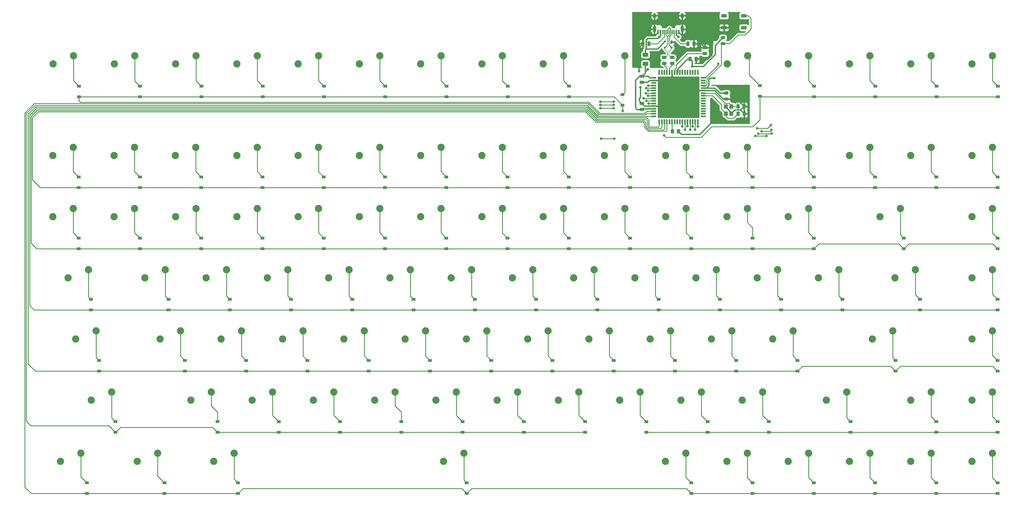
<source format=gbl>
G04 #@! TF.GenerationSoftware,KiCad,Pcbnew,(5.1.9)-1*
G04 #@! TF.CreationDate,2021-04-14T22:58:01+09:00*
G04 #@! TF.ProjectId,JupiterAdvanced,4a757069-7465-4724-9164-76616e636564,1*
G04 #@! TF.SameCoordinates,Original*
G04 #@! TF.FileFunction,Copper,L2,Bot*
G04 #@! TF.FilePolarity,Positive*
%FSLAX46Y46*%
G04 Gerber Fmt 4.6, Leading zero omitted, Abs format (unit mm)*
G04 Created by KiCad (PCBNEW (5.1.9)-1) date 2021-04-14 22:58:01*
%MOMM*%
%LPD*%
G01*
G04 APERTURE LIST*
G04 #@! TA.AperFunction,ComponentPad*
%ADD10C,2.250000*%
G04 #@! TD*
G04 #@! TA.AperFunction,SMDPad,CuDef*
%ADD11R,1.200000X1.400000*%
G04 #@! TD*
G04 #@! TA.AperFunction,SMDPad,CuDef*
%ADD12R,0.600000X1.450000*%
G04 #@! TD*
G04 #@! TA.AperFunction,SMDPad,CuDef*
%ADD13R,0.300000X1.450000*%
G04 #@! TD*
G04 #@! TA.AperFunction,ComponentPad*
%ADD14O,1.000000X2.100000*%
G04 #@! TD*
G04 #@! TA.AperFunction,ComponentPad*
%ADD15O,1.000000X1.600000*%
G04 #@! TD*
G04 #@! TA.AperFunction,SMDPad,CuDef*
%ADD16R,1.500000X0.550000*%
G04 #@! TD*
G04 #@! TA.AperFunction,SMDPad,CuDef*
%ADD17R,0.550000X1.500000*%
G04 #@! TD*
G04 #@! TA.AperFunction,SMDPad,CuDef*
%ADD18R,0.700000X0.600000*%
G04 #@! TD*
G04 #@! TA.AperFunction,SMDPad,CuDef*
%ADD19R,0.700000X1.000000*%
G04 #@! TD*
G04 #@! TA.AperFunction,SMDPad,CuDef*
%ADD20R,1.800000X1.100000*%
G04 #@! TD*
G04 #@! TA.AperFunction,SMDPad,CuDef*
%ADD21R,1.200000X0.900000*%
G04 #@! TD*
G04 #@! TA.AperFunction,ViaPad*
%ADD22C,0.800000*%
G04 #@! TD*
G04 #@! TA.AperFunction,Conductor*
%ADD23C,0.254000*%
G04 #@! TD*
G04 #@! TA.AperFunction,Conductor*
%ADD24C,0.381000*%
G04 #@! TD*
G04 #@! TA.AperFunction,Conductor*
%ADD25C,0.200000*%
G04 #@! TD*
G04 #@! TA.AperFunction,Conductor*
%ADD26C,0.150000*%
G04 #@! TD*
G04 APERTURE END LIST*
G04 #@! TA.AperFunction,SMDPad,CuDef*
G36*
G01*
X261753670Y-98633580D02*
X260841170Y-98633580D01*
G75*
G02*
X260597420Y-98389830I0J243750D01*
G01*
X260597420Y-97902330D01*
G75*
G02*
X260841170Y-97658580I243750J0D01*
G01*
X261753670Y-97658580D01*
G75*
G02*
X261997420Y-97902330I0J-243750D01*
G01*
X261997420Y-98389830D01*
G75*
G02*
X261753670Y-98633580I-243750J0D01*
G01*
G37*
G04 #@! TD.AperFunction*
G04 #@! TA.AperFunction,SMDPad,CuDef*
G36*
G01*
X261753670Y-96758580D02*
X260841170Y-96758580D01*
G75*
G02*
X260597420Y-96514830I0J243750D01*
G01*
X260597420Y-96027330D01*
G75*
G02*
X260841170Y-95783580I243750J0D01*
G01*
X261753670Y-95783580D01*
G75*
G02*
X261997420Y-96027330I0J-243750D01*
G01*
X261997420Y-96514830D01*
G75*
G02*
X261753670Y-96758580I-243750J0D01*
G01*
G37*
G04 #@! TD.AperFunction*
G04 #@! TA.AperFunction,SMDPad,CuDef*
G36*
G01*
X264273350Y-98633580D02*
X263360850Y-98633580D01*
G75*
G02*
X263117100Y-98389830I0J243750D01*
G01*
X263117100Y-97902330D01*
G75*
G02*
X263360850Y-97658580I243750J0D01*
G01*
X264273350Y-97658580D01*
G75*
G02*
X264517100Y-97902330I0J-243750D01*
G01*
X264517100Y-98389830D01*
G75*
G02*
X264273350Y-98633580I-243750J0D01*
G01*
G37*
G04 #@! TD.AperFunction*
G04 #@! TA.AperFunction,SMDPad,CuDef*
G36*
G01*
X264273350Y-96758580D02*
X263360850Y-96758580D01*
G75*
G02*
X263117100Y-96514830I0J243750D01*
G01*
X263117100Y-96027330D01*
G75*
G02*
X263360850Y-95783580I243750J0D01*
G01*
X264273350Y-95783580D01*
G75*
G02*
X264517100Y-96027330I0J-243750D01*
G01*
X264517100Y-96514830D01*
G75*
G02*
X264273350Y-96758580I-243750J0D01*
G01*
G37*
G04 #@! TD.AperFunction*
D10*
X339429320Y-162369620D03*
X333079320Y-164909620D03*
X363356120Y-95718820D03*
X357006120Y-98258820D03*
D11*
X282199100Y-113759520D03*
X282199100Y-111559520D03*
X280499100Y-111559520D03*
X280499100Y-113759520D03*
D12*
X265825240Y-88390980D03*
X259375240Y-88390980D03*
X265050240Y-88390980D03*
X260150240Y-88390980D03*
D13*
X260850240Y-88390980D03*
X264350240Y-88390980D03*
X261350240Y-88390980D03*
X263850240Y-88390980D03*
X261850240Y-88390980D03*
X263350240Y-88390980D03*
X262850240Y-88390980D03*
X262350240Y-88390980D03*
D14*
X258280240Y-87475980D03*
X266920240Y-87475980D03*
D15*
X258280240Y-83295980D03*
X266920240Y-83295980D03*
D16*
X258045320Y-102631820D03*
X258045320Y-103431820D03*
X258045320Y-104231820D03*
X258045320Y-105031820D03*
X258045320Y-105831820D03*
X258045320Y-106631820D03*
X258045320Y-107431820D03*
X258045320Y-108231820D03*
X258045320Y-109031820D03*
X258045320Y-109831820D03*
X258045320Y-110631820D03*
X258045320Y-111431820D03*
X258045320Y-112231820D03*
X258045320Y-113031820D03*
X258045320Y-113831820D03*
X258045320Y-114631820D03*
D17*
X259745320Y-116331820D03*
X260545320Y-116331820D03*
X261345320Y-116331820D03*
X262145320Y-116331820D03*
X262945320Y-116331820D03*
X263745320Y-116331820D03*
X264545320Y-116331820D03*
X265345320Y-116331820D03*
X266145320Y-116331820D03*
X266945320Y-116331820D03*
X267745320Y-116331820D03*
X268545320Y-116331820D03*
X269345320Y-116331820D03*
X270145320Y-116331820D03*
X270945320Y-116331820D03*
X271745320Y-116331820D03*
D16*
X273445320Y-114631820D03*
X273445320Y-113831820D03*
X273445320Y-113031820D03*
X273445320Y-112231820D03*
X273445320Y-111431820D03*
X273445320Y-110631820D03*
X273445320Y-109831820D03*
X273445320Y-109031820D03*
X273445320Y-108231820D03*
X273445320Y-107431820D03*
X273445320Y-106631820D03*
X273445320Y-105831820D03*
X273445320Y-105031820D03*
X273445320Y-104231820D03*
X273445320Y-103431820D03*
X273445320Y-102631820D03*
D17*
X271745320Y-100931820D03*
X270945320Y-100931820D03*
X270145320Y-100931820D03*
X269345320Y-100931820D03*
X268545320Y-100931820D03*
X267745320Y-100931820D03*
X266945320Y-100931820D03*
X266145320Y-100931820D03*
X265345320Y-100931820D03*
X264545320Y-100931820D03*
X263745320Y-100931820D03*
X262945320Y-100931820D03*
X262145320Y-100931820D03*
X261345320Y-100931820D03*
X260545320Y-100931820D03*
X259745320Y-100931820D03*
D18*
X261531860Y-93205340D03*
X263531860Y-93205340D03*
X261531860Y-91305340D03*
D19*
X263531860Y-91505340D03*
D10*
X77542620Y-143306920D03*
X71192620Y-145846920D03*
X82305120Y-162369620D03*
X75955120Y-164909620D03*
D20*
X286101720Y-87023820D03*
X279901720Y-83323820D03*
X286101720Y-83323820D03*
X279901720Y-87023820D03*
D10*
X199005647Y-219529227D03*
X192655647Y-222069227D03*
X318106020Y-200469620D03*
X311756020Y-203009620D03*
X306231520Y-219519620D03*
X299881520Y-222059620D03*
X315629520Y-162369620D03*
X309279520Y-164909620D03*
X268060380Y-219519620D03*
X261710380Y-222059620D03*
G04 #@! TA.AperFunction,SMDPad,CuDef*
G36*
G01*
X279103770Y-91493520D02*
X280016270Y-91493520D01*
G75*
G02*
X280260020Y-91737270I0J-243750D01*
G01*
X280260020Y-92224770D01*
G75*
G02*
X280016270Y-92468520I-243750J0D01*
G01*
X279103770Y-92468520D01*
G75*
G02*
X278860020Y-92224770I0J243750D01*
G01*
X278860020Y-91737270D01*
G75*
G02*
X279103770Y-91493520I243750J0D01*
G01*
G37*
G04 #@! TD.AperFunction*
G04 #@! TA.AperFunction,SMDPad,CuDef*
G36*
G01*
X279103770Y-89618520D02*
X280016270Y-89618520D01*
G75*
G02*
X280260020Y-89862270I0J-243750D01*
G01*
X280260020Y-90349770D01*
G75*
G02*
X280016270Y-90593520I-243750J0D01*
G01*
X279103770Y-90593520D01*
G75*
G02*
X278860020Y-90349770I0J243750D01*
G01*
X278860020Y-89862270D01*
G75*
G02*
X279103770Y-89618520I243750J0D01*
G01*
G37*
G04 #@! TD.AperFunction*
G04 #@! TA.AperFunction,SMDPad,CuDef*
G36*
G01*
X265263020Y-119754970D02*
X265263020Y-118842470D01*
G75*
G02*
X265506770Y-118598720I243750J0D01*
G01*
X265994270Y-118598720D01*
G75*
G02*
X266238020Y-118842470I0J-243750D01*
G01*
X266238020Y-119754970D01*
G75*
G02*
X265994270Y-119998720I-243750J0D01*
G01*
X265506770Y-119998720D01*
G75*
G02*
X265263020Y-119754970I0J243750D01*
G01*
G37*
G04 #@! TD.AperFunction*
G04 #@! TA.AperFunction,SMDPad,CuDef*
G36*
G01*
X263388020Y-119754970D02*
X263388020Y-118842470D01*
G75*
G02*
X263631770Y-118598720I243750J0D01*
G01*
X264119270Y-118598720D01*
G75*
G02*
X264363020Y-118842470I0J-243750D01*
G01*
X264363020Y-119754970D01*
G75*
G02*
X264119270Y-119998720I-243750J0D01*
G01*
X263631770Y-119998720D01*
G75*
G02*
X263388020Y-119754970I0J243750D01*
G01*
G37*
G04 #@! TD.AperFunction*
G04 #@! TA.AperFunction,SMDPad,CuDef*
G36*
G01*
X255160120Y-91550170D02*
X255160120Y-92462670D01*
G75*
G02*
X254916370Y-92706420I-243750J0D01*
G01*
X254428870Y-92706420D01*
G75*
G02*
X254185120Y-92462670I0J243750D01*
G01*
X254185120Y-91550170D01*
G75*
G02*
X254428870Y-91306420I243750J0D01*
G01*
X254916370Y-91306420D01*
G75*
G02*
X255160120Y-91550170I0J-243750D01*
G01*
G37*
G04 #@! TD.AperFunction*
G04 #@! TA.AperFunction,SMDPad,CuDef*
G36*
G01*
X257035120Y-91550170D02*
X257035120Y-92462670D01*
G75*
G02*
X256791370Y-92706420I-243750J0D01*
G01*
X256303870Y-92706420D01*
G75*
G02*
X256060120Y-92462670I0J243750D01*
G01*
X256060120Y-91550170D01*
G75*
G02*
X256303870Y-91306420I243750J0D01*
G01*
X256791370Y-91306420D01*
G75*
G02*
X257035120Y-91550170I0J-243750D01*
G01*
G37*
G04 #@! TD.AperFunction*
G04 #@! TA.AperFunction,SMDPad,CuDef*
G36*
G01*
X270063620Y-92462670D02*
X270063620Y-91550170D01*
G75*
G02*
X270307370Y-91306420I243750J0D01*
G01*
X270794870Y-91306420D01*
G75*
G02*
X271038620Y-91550170I0J-243750D01*
G01*
X271038620Y-92462670D01*
G75*
G02*
X270794870Y-92706420I-243750J0D01*
G01*
X270307370Y-92706420D01*
G75*
G02*
X270063620Y-92462670I0J243750D01*
G01*
G37*
G04 #@! TD.AperFunction*
G04 #@! TA.AperFunction,SMDPad,CuDef*
G36*
G01*
X268188620Y-92462670D02*
X268188620Y-91550170D01*
G75*
G02*
X268432370Y-91306420I243750J0D01*
G01*
X268919870Y-91306420D01*
G75*
G02*
X269163620Y-91550170I0J-243750D01*
G01*
X269163620Y-92462670D01*
G75*
G02*
X268919870Y-92706420I-243750J0D01*
G01*
X268432370Y-92706420D01*
G75*
G02*
X268188620Y-92462670I0J243750D01*
G01*
G37*
G04 #@! TD.AperFunction*
X301354720Y-181419620D03*
X295004720Y-183959620D03*
X291880520Y-200469620D03*
X285530520Y-203009620D03*
X325281520Y-124269620D03*
X318931520Y-126809620D03*
X306180720Y-143319620D03*
X299830720Y-145859620D03*
X363381520Y-162369620D03*
X357031520Y-164909620D03*
X363381520Y-181419620D03*
X357031520Y-183959620D03*
X344280720Y-124269620D03*
X337930720Y-126809620D03*
X120430520Y-200469620D03*
X114080520Y-203009620D03*
X201380320Y-162369620D03*
X195030320Y-164909620D03*
X139480520Y-200469620D03*
X133130520Y-203009620D03*
X125180320Y-162369620D03*
X118830320Y-164909620D03*
X177580520Y-200469620D03*
X171230520Y-203009620D03*
X220430320Y-162369620D03*
X214080320Y-164909620D03*
X182330320Y-162369620D03*
X175980320Y-164909620D03*
X344306120Y-95718820D03*
X337956120Y-98258820D03*
X325256120Y-95718820D03*
X318906120Y-98258820D03*
X306206120Y-95718820D03*
X299856120Y-98258820D03*
X287215320Y-95718820D03*
X280865320Y-98258820D03*
X249056120Y-95718820D03*
X242706120Y-98258820D03*
X230006120Y-95718820D03*
X223656120Y-98258820D03*
X210956120Y-95718820D03*
X204606120Y-98258820D03*
X191906120Y-95718820D03*
X185556120Y-98258820D03*
X172856120Y-95718820D03*
X166506120Y-98258820D03*
X153806120Y-95718820D03*
X147456120Y-98258820D03*
X134756120Y-95718820D03*
X128406120Y-98258820D03*
X115706120Y-95718820D03*
X109356120Y-98258820D03*
X96656120Y-95718820D03*
X90306120Y-98258820D03*
X77606120Y-95718820D03*
X71256120Y-98258820D03*
X129853920Y-181419620D03*
X123503920Y-183959620D03*
X163280320Y-162369620D03*
X156930320Y-164909620D03*
X106130320Y-162369620D03*
X99780320Y-164909620D03*
X277529520Y-162369620D03*
X271179520Y-164909620D03*
X258530320Y-162369620D03*
X252180320Y-164909620D03*
X215680520Y-200469620D03*
X209330520Y-203009620D03*
X234730520Y-200469620D03*
X228380520Y-203009620D03*
X263254720Y-181419620D03*
X256904720Y-183959620D03*
X244204720Y-181419620D03*
X237854720Y-183959620D03*
X225154720Y-181419620D03*
X218804720Y-183959620D03*
X239480320Y-162369620D03*
X233130320Y-164909620D03*
X206104720Y-181419620D03*
X199754720Y-183959620D03*
X187054720Y-181419620D03*
X180704720Y-183959620D03*
X287130720Y-124269620D03*
X280780720Y-126809620D03*
X168004720Y-181419620D03*
X161654720Y-183959620D03*
X144230320Y-162369620D03*
X137880320Y-164909620D03*
X148954720Y-181419620D03*
X142604720Y-183959620D03*
X158530520Y-200469620D03*
X152180520Y-203009620D03*
X196630520Y-200469620D03*
X190280520Y-203009620D03*
X110854720Y-181419620D03*
X104504720Y-183959620D03*
X249030720Y-143319620D03*
X242680720Y-145859620D03*
X229980720Y-143319620D03*
X223630720Y-145859620D03*
X210930720Y-143319620D03*
X204580720Y-145859620D03*
X191880720Y-143319620D03*
X185530720Y-145859620D03*
X172830720Y-143319620D03*
X166480720Y-145859620D03*
X153780720Y-143319620D03*
X147430720Y-145859620D03*
X134730720Y-143319620D03*
X128380720Y-145859620D03*
X115680720Y-143319620D03*
X109330720Y-145859620D03*
X96579920Y-143319620D03*
X90229920Y-145859620D03*
X268080720Y-143319620D03*
X261730720Y-145859620D03*
X253780520Y-200469620D03*
X247430520Y-203009620D03*
X89442520Y-200469620D03*
X83092520Y-203009620D03*
X103749524Y-219519620D03*
X97399524Y-222059620D03*
X79917520Y-219519620D03*
X73567520Y-222059620D03*
X296579520Y-162369620D03*
X290229520Y-164909620D03*
X127557128Y-219529227D03*
X121207128Y-222069227D03*
X287130720Y-143319620D03*
X280780720Y-145859620D03*
X363381520Y-143319620D03*
X357031520Y-145859620D03*
X266480520Y-203009620D03*
X272830520Y-200469620D03*
X287181520Y-219519620D03*
X280831520Y-222059620D03*
X306180720Y-124269620D03*
X299830720Y-126809620D03*
G04 #@! TA.AperFunction,SMDPad,CuDef*
G36*
G01*
X256080420Y-96070120D02*
X254830420Y-96070120D01*
G75*
G02*
X254580420Y-95820120I0J250000D01*
G01*
X254580420Y-95070120D01*
G75*
G02*
X254830420Y-94820120I250000J0D01*
G01*
X256080420Y-94820120D01*
G75*
G02*
X256330420Y-95070120I0J-250000D01*
G01*
X256330420Y-95820120D01*
G75*
G02*
X256080420Y-96070120I-250000J0D01*
G01*
G37*
G04 #@! TD.AperFunction*
G04 #@! TA.AperFunction,SMDPad,CuDef*
G36*
G01*
X256080420Y-98870120D02*
X254830420Y-98870120D01*
G75*
G02*
X254580420Y-98620120I0J250000D01*
G01*
X254580420Y-97870120D01*
G75*
G02*
X254830420Y-97620120I250000J0D01*
G01*
X256080420Y-97620120D01*
G75*
G02*
X256330420Y-97870120I0J-250000D01*
G01*
X256330420Y-98620120D01*
G75*
G02*
X256080420Y-98870120I-250000J0D01*
G01*
G37*
G04 #@! TD.AperFunction*
X268080720Y-124269620D03*
X261730720Y-126809620D03*
X249030720Y-124269620D03*
X242680720Y-126809620D03*
X229980720Y-124269620D03*
X223630720Y-126809620D03*
X210930720Y-124269620D03*
X204580720Y-126809620D03*
X191880720Y-124269620D03*
X185530720Y-126809620D03*
X172830720Y-124269620D03*
X166480720Y-126809620D03*
X153780720Y-124269620D03*
X147430720Y-126809620D03*
X134730720Y-124269620D03*
X128380720Y-126809620D03*
X115629920Y-124269620D03*
X109279920Y-126809620D03*
X96579920Y-124269620D03*
X90229920Y-126809620D03*
X77529920Y-124269620D03*
X71179920Y-126809620D03*
X332342720Y-181419620D03*
X325992720Y-183959620D03*
X363381520Y-200469620D03*
X357031520Y-203009620D03*
X363381520Y-124269620D03*
X357031520Y-126809620D03*
D21*
X365007120Y-228791620D03*
X365007120Y-232091620D03*
X365007120Y-209741620D03*
X365007120Y-213041620D03*
X365007120Y-190691620D03*
X365007120Y-193991620D03*
X365007120Y-171641620D03*
X365007120Y-174941620D03*
X365007120Y-152591620D03*
X365007120Y-155891620D03*
X365007120Y-133541620D03*
X365007120Y-136841620D03*
X365032520Y-105244820D03*
X365032520Y-108544820D03*
X345957120Y-228791620D03*
X345957120Y-232091620D03*
X345957120Y-209741620D03*
X345957120Y-213041620D03*
X340877120Y-171641620D03*
X340877120Y-174941620D03*
X335797120Y-152591620D03*
X335797120Y-155891620D03*
X345957120Y-133541620D03*
X345957120Y-136841620D03*
X345982520Y-105244820D03*
X345982520Y-108544820D03*
X326907120Y-228791620D03*
X326907120Y-232091620D03*
X319287120Y-209741620D03*
X319287120Y-213041620D03*
X333257120Y-190691620D03*
X333257120Y-193991620D03*
X316747120Y-171641620D03*
X316747120Y-174941620D03*
X326907120Y-133541620D03*
X326907120Y-136841620D03*
X326932520Y-105244820D03*
X326932520Y-108544820D03*
X307857120Y-228791620D03*
X307857120Y-232091620D03*
X302777120Y-190691620D03*
X302777120Y-193991620D03*
X297697120Y-171641620D03*
X297697120Y-174941620D03*
X307857120Y-152591620D03*
X307857120Y-155891620D03*
X307857120Y-133541620D03*
X307857120Y-136841620D03*
X307882520Y-105244820D03*
X307882520Y-108544820D03*
X288807120Y-228791620D03*
X288807120Y-232091620D03*
X293887120Y-209741620D03*
X293887120Y-213041620D03*
X283727120Y-190691620D03*
X283727120Y-193991620D03*
X278647120Y-171641620D03*
X278647120Y-174941620D03*
X288807120Y-152591620D03*
X288807120Y-155891620D03*
X288807120Y-133541620D03*
X288807120Y-136841620D03*
X291085020Y-105063020D03*
X291085020Y-108363020D03*
X269757120Y-228791620D03*
X269757120Y-232091620D03*
X274837120Y-209741620D03*
X274837120Y-213041620D03*
X264677120Y-190691620D03*
X264677120Y-193991620D03*
X259597120Y-171641620D03*
X259597120Y-174941620D03*
X269757120Y-152591620D03*
X269757120Y-155891620D03*
X269757120Y-133541620D03*
X269757120Y-136841620D03*
X255787120Y-209741620D03*
X255787120Y-213041620D03*
X245627120Y-190691620D03*
X245627120Y-193991620D03*
X240547120Y-171641620D03*
X240547120Y-174941620D03*
X250707120Y-152591620D03*
X250707120Y-155891620D03*
X250707120Y-133541620D03*
X250707120Y-136841620D03*
X248330720Y-107847860D03*
X248330720Y-111147860D03*
X236737120Y-209741620D03*
X236737120Y-213041620D03*
X226577120Y-190691620D03*
X226577120Y-193991620D03*
X221497120Y-171641620D03*
X221497120Y-174941620D03*
X231657120Y-152591620D03*
X231657120Y-155891620D03*
X231657120Y-133541620D03*
X231657120Y-136841620D03*
X231682520Y-105244820D03*
X231682520Y-108544820D03*
X217687120Y-209741620D03*
X217687120Y-213041620D03*
X207527120Y-190691620D03*
X207527120Y-193991620D03*
X202447120Y-171641620D03*
X202447120Y-174941620D03*
X212607120Y-152591620D03*
X212607120Y-155891620D03*
X212607120Y-133541620D03*
X212607120Y-136841620D03*
X212632520Y-105244820D03*
X212632520Y-108544820D03*
X199907120Y-228791620D03*
X199907120Y-232091620D03*
X198637120Y-209741620D03*
X198637120Y-213041620D03*
X188477120Y-190691620D03*
X188477120Y-193991620D03*
X183397120Y-171641620D03*
X183397120Y-174941620D03*
X193557120Y-152591620D03*
X193557120Y-155891620D03*
X193557120Y-133541620D03*
X193557120Y-136841620D03*
X193582520Y-105244820D03*
X193582520Y-108544820D03*
X179587120Y-209741620D03*
X179587120Y-213041620D03*
X169427120Y-190691620D03*
X169427120Y-193991620D03*
X164347120Y-171641620D03*
X164347120Y-174941620D03*
X174507120Y-152591620D03*
X174507120Y-155891620D03*
X174507120Y-133541620D03*
X174507120Y-136841620D03*
X174532520Y-105244820D03*
X174532520Y-108544820D03*
X160537120Y-209741620D03*
X160537120Y-213041620D03*
X150377120Y-190691620D03*
X150377120Y-193991620D03*
X145297120Y-171641620D03*
X145297120Y-174941620D03*
X155457120Y-152591620D03*
X155457120Y-155891620D03*
X155457120Y-133541620D03*
X155457120Y-136841620D03*
X155482520Y-105244820D03*
X155482520Y-108544820D03*
X128787120Y-228791620D03*
X128787120Y-232091620D03*
X141487120Y-209741620D03*
X141487120Y-213041620D03*
X131327120Y-190691620D03*
X131327120Y-193991620D03*
X126247120Y-171641620D03*
X126247120Y-174941620D03*
X136407120Y-152591620D03*
X136407120Y-155891620D03*
X136407120Y-133541620D03*
X136407120Y-136841620D03*
X136432520Y-105244820D03*
X136432520Y-108544820D03*
X122437120Y-209741620D03*
X122437120Y-213041620D03*
X112277120Y-190691620D03*
X112277120Y-193991620D03*
X107197120Y-171641620D03*
X107197120Y-174941620D03*
X117357120Y-152591620D03*
X117357120Y-155891620D03*
X117357120Y-133541620D03*
X117357120Y-136841620D03*
X117382520Y-105244820D03*
X117382520Y-108544820D03*
X105927120Y-228791620D03*
X105927120Y-232091620D03*
X90687120Y-209741620D03*
X90687120Y-213041620D03*
X98307120Y-152591620D03*
X98307120Y-155891620D03*
X98307120Y-133541620D03*
X98307120Y-136841620D03*
X98281720Y-105270220D03*
X98281720Y-108570220D03*
X81797120Y-228791620D03*
X81797120Y-232091620D03*
X85607120Y-190691620D03*
X85607120Y-193991620D03*
X83067120Y-171641620D03*
X83067120Y-174941620D03*
X79257120Y-152591620D03*
X79257120Y-155891620D03*
X79257120Y-133541620D03*
X79257120Y-136841620D03*
X79282520Y-105244820D03*
X79282520Y-108544820D03*
D10*
X84680020Y-181419620D03*
X78330020Y-183959620D03*
X282304720Y-181419620D03*
X275954720Y-183959620D03*
G04 #@! TA.AperFunction,SMDPad,CuDef*
G36*
G01*
X273503070Y-94605020D02*
X274415570Y-94605020D01*
G75*
G02*
X274659320Y-94848770I0J-243750D01*
G01*
X274659320Y-95336270D01*
G75*
G02*
X274415570Y-95580020I-243750J0D01*
G01*
X273503070Y-95580020D01*
G75*
G02*
X273259320Y-95336270I0J243750D01*
G01*
X273259320Y-94848770D01*
G75*
G02*
X273503070Y-94605020I243750J0D01*
G01*
G37*
G04 #@! TD.AperFunction*
G04 #@! TA.AperFunction,SMDPad,CuDef*
G36*
G01*
X273503070Y-92730020D02*
X274415570Y-92730020D01*
G75*
G02*
X274659320Y-92973770I0J-243750D01*
G01*
X274659320Y-93461270D01*
G75*
G02*
X274415570Y-93705020I-243750J0D01*
G01*
X273503070Y-93705020D01*
G75*
G02*
X273259320Y-93461270I0J243750D01*
G01*
X273259320Y-92973770D01*
G75*
G02*
X273503070Y-92730020I243750J0D01*
G01*
G37*
G04 #@! TD.AperFunction*
G04 #@! TA.AperFunction,SMDPad,CuDef*
G36*
G01*
X285661520Y-111982570D02*
X285661520Y-111070070D01*
G75*
G02*
X285905270Y-110826320I243750J0D01*
G01*
X286392770Y-110826320D01*
G75*
G02*
X286636520Y-111070070I0J-243750D01*
G01*
X286636520Y-111982570D01*
G75*
G02*
X286392770Y-112226320I-243750J0D01*
G01*
X285905270Y-112226320D01*
G75*
G02*
X285661520Y-111982570I0J243750D01*
G01*
G37*
G04 #@! TD.AperFunction*
G04 #@! TA.AperFunction,SMDPad,CuDef*
G36*
G01*
X283786520Y-111982570D02*
X283786520Y-111070070D01*
G75*
G02*
X284030270Y-110826320I243750J0D01*
G01*
X284517770Y-110826320D01*
G75*
G02*
X284761520Y-111070070I0J-243750D01*
G01*
X284761520Y-111982570D01*
G75*
G02*
X284517770Y-112226320I-243750J0D01*
G01*
X284030270Y-112226320D01*
G75*
G02*
X283786520Y-111982570I0J243750D01*
G01*
G37*
G04 #@! TD.AperFunction*
G04 #@! TA.AperFunction,SMDPad,CuDef*
G36*
G01*
X285686920Y-114255870D02*
X285686920Y-113343370D01*
G75*
G02*
X285930670Y-113099620I243750J0D01*
G01*
X286418170Y-113099620D01*
G75*
G02*
X286661920Y-113343370I0J-243750D01*
G01*
X286661920Y-114255870D01*
G75*
G02*
X286418170Y-114499620I-243750J0D01*
G01*
X285930670Y-114499620D01*
G75*
G02*
X285686920Y-114255870I0J243750D01*
G01*
G37*
G04 #@! TD.AperFunction*
G04 #@! TA.AperFunction,SMDPad,CuDef*
G36*
G01*
X283811920Y-114255870D02*
X283811920Y-113343370D01*
G75*
G02*
X284055670Y-113099620I243750J0D01*
G01*
X284543170Y-113099620D01*
G75*
G02*
X284786920Y-113343370I0J-243750D01*
G01*
X284786920Y-114255870D01*
G75*
G02*
X284543170Y-114499620I-243750J0D01*
G01*
X284055670Y-114499620D01*
G75*
G02*
X283811920Y-114255870I0J243750D01*
G01*
G37*
G04 #@! TD.AperFunction*
G04 #@! TA.AperFunction,SMDPad,CuDef*
G36*
G01*
X253919670Y-103533120D02*
X254832170Y-103533120D01*
G75*
G02*
X255075920Y-103776870I0J-243750D01*
G01*
X255075920Y-104264370D01*
G75*
G02*
X254832170Y-104508120I-243750J0D01*
G01*
X253919670Y-104508120D01*
G75*
G02*
X253675920Y-104264370I0J243750D01*
G01*
X253675920Y-103776870D01*
G75*
G02*
X253919670Y-103533120I243750J0D01*
G01*
G37*
G04 #@! TD.AperFunction*
G04 #@! TA.AperFunction,SMDPad,CuDef*
G36*
G01*
X253919670Y-101658120D02*
X254832170Y-101658120D01*
G75*
G02*
X255075920Y-101901870I0J-243750D01*
G01*
X255075920Y-102389370D01*
G75*
G02*
X254832170Y-102633120I-243750J0D01*
G01*
X253919670Y-102633120D01*
G75*
G02*
X253675920Y-102389370I0J243750D01*
G01*
X253675920Y-101901870D01*
G75*
G02*
X253919670Y-101658120I243750J0D01*
G01*
G37*
G04 #@! TD.AperFunction*
G04 #@! TA.AperFunction,SMDPad,CuDef*
G36*
G01*
X270751720Y-97225170D02*
X270751720Y-96312670D01*
G75*
G02*
X270995470Y-96068920I243750J0D01*
G01*
X271482970Y-96068920D01*
G75*
G02*
X271726720Y-96312670I0J-243750D01*
G01*
X271726720Y-97225170D01*
G75*
G02*
X271482970Y-97468920I-243750J0D01*
G01*
X270995470Y-97468920D01*
G75*
G02*
X270751720Y-97225170I0J243750D01*
G01*
G37*
G04 #@! TD.AperFunction*
G04 #@! TA.AperFunction,SMDPad,CuDef*
G36*
G01*
X268876720Y-97225170D02*
X268876720Y-96312670D01*
G75*
G02*
X269120470Y-96068920I243750J0D01*
G01*
X269607970Y-96068920D01*
G75*
G02*
X269851720Y-96312670I0J-243750D01*
G01*
X269851720Y-97225170D01*
G75*
G02*
X269607970Y-97468920I-243750J0D01*
G01*
X269120470Y-97468920D01*
G75*
G02*
X268876720Y-97225170I0J243750D01*
G01*
G37*
G04 #@! TD.AperFunction*
G04 #@! TA.AperFunction,SMDPad,CuDef*
G36*
G01*
X280119770Y-108763220D02*
X281032270Y-108763220D01*
G75*
G02*
X281276020Y-109006970I0J-243750D01*
G01*
X281276020Y-109494470D01*
G75*
G02*
X281032270Y-109738220I-243750J0D01*
G01*
X280119770Y-109738220D01*
G75*
G02*
X279876020Y-109494470I0J243750D01*
G01*
X279876020Y-109006970D01*
G75*
G02*
X280119770Y-108763220I243750J0D01*
G01*
G37*
G04 #@! TD.AperFunction*
G04 #@! TA.AperFunction,SMDPad,CuDef*
G36*
G01*
X280119770Y-106888220D02*
X281032270Y-106888220D01*
G75*
G02*
X281276020Y-107131970I0J-243750D01*
G01*
X281276020Y-107619470D01*
G75*
G02*
X281032270Y-107863220I-243750J0D01*
G01*
X280119770Y-107863220D01*
G75*
G02*
X279876020Y-107619470I0J243750D01*
G01*
X279876020Y-107131970D01*
G75*
G02*
X280119770Y-106888220I243750J0D01*
G01*
G37*
G04 #@! TD.AperFunction*
G04 #@! TA.AperFunction,SMDPad,CuDef*
G36*
G01*
X254819470Y-111099420D02*
X253906970Y-111099420D01*
G75*
G02*
X253663220Y-110855670I0J243750D01*
G01*
X253663220Y-110368170D01*
G75*
G02*
X253906970Y-110124420I243750J0D01*
G01*
X254819470Y-110124420D01*
G75*
G02*
X255063220Y-110368170I0J-243750D01*
G01*
X255063220Y-110855670D01*
G75*
G02*
X254819470Y-111099420I-243750J0D01*
G01*
G37*
G04 #@! TD.AperFunction*
G04 #@! TA.AperFunction,SMDPad,CuDef*
G36*
G01*
X254819470Y-112974420D02*
X253906970Y-112974420D01*
G75*
G02*
X253663220Y-112730670I0J243750D01*
G01*
X253663220Y-112243170D01*
G75*
G02*
X253906970Y-111999420I243750J0D01*
G01*
X254819470Y-111999420D01*
G75*
G02*
X255063220Y-112243170I0J-243750D01*
G01*
X255063220Y-112730670D01*
G75*
G02*
X254819470Y-112974420I-243750J0D01*
G01*
G37*
G04 #@! TD.AperFunction*
X334781120Y-143319620D03*
X328431120Y-145859620D03*
X344331520Y-200469620D03*
X337981520Y-203009620D03*
X363381520Y-219519620D03*
X357031520Y-222059620D03*
X325281520Y-219519620D03*
X318931520Y-222059620D03*
X344331520Y-219519620D03*
X337981520Y-222059620D03*
D22*
X270949420Y-118770020D03*
X291561520Y-119298720D03*
X294647620Y-118841520D03*
X270145320Y-117758020D03*
X290520120Y-120032220D03*
X294711120Y-119946420D03*
X271745320Y-117762210D03*
X290202620Y-118333520D03*
X294469820Y-117317520D03*
X287446720Y-111513620D03*
X287459420Y-113786920D03*
X278785320Y-113748820D03*
X253461520Y-100578920D03*
X253906020Y-105544620D03*
X256166620Y-99956620D03*
X276829520Y-102661720D03*
X269971520Y-99029520D03*
X278099520Y-98254820D03*
X256311120Y-105031820D03*
X261246620Y-120556020D03*
X248356120Y-112936020D03*
X255615420Y-107431820D03*
X255650820Y-105831820D03*
X256260520Y-106631820D03*
X256288420Y-108231820D03*
X254873420Y-109031820D03*
X245631720Y-110065820D03*
X241460020Y-110078520D03*
X255760920Y-109831820D03*
X245576250Y-111064282D03*
X241460020Y-111078523D03*
X256432420Y-110631820D03*
X245593922Y-112064128D03*
X241434473Y-112078199D03*
X266945320Y-117758420D03*
X245784120Y-121610120D03*
X241663220Y-121610120D03*
X267745320Y-118817120D03*
X268545320Y-117720120D03*
X265717020Y-89910920D03*
X259729460Y-89917760D03*
X269345320Y-118778820D03*
X289580320Y-120759220D03*
X293072820Y-120759220D03*
D23*
X344331520Y-227166020D02*
X345957120Y-228791620D01*
X344331520Y-219519620D02*
X344331520Y-227166020D01*
X270945320Y-117335820D02*
X270949420Y-117339920D01*
X270945320Y-116331820D02*
X270945320Y-117335820D01*
X270949420Y-117339920D02*
X270949420Y-118270020D01*
X270949420Y-118270020D02*
X270949420Y-118270020D01*
X294190420Y-119298720D02*
X294647620Y-118841520D01*
X291561520Y-119298720D02*
X294190420Y-119298720D01*
X270949420Y-118270020D02*
X270949420Y-118770020D01*
X325281520Y-227166020D02*
X326907120Y-228791620D01*
X325281520Y-219519620D02*
X325281520Y-227166020D01*
X270145320Y-116331820D02*
X270145320Y-117758020D01*
X270145320Y-117758020D02*
X270145320Y-117758020D01*
X294625320Y-120032220D02*
X294711120Y-119946420D01*
X290520120Y-120032220D02*
X294625320Y-120032220D01*
X363381520Y-227166020D02*
X365007120Y-228791620D01*
X363381520Y-219519620D02*
X363381520Y-227166020D01*
X271745320Y-116331820D02*
X271745320Y-117762210D01*
X271745320Y-117762210D02*
X271745320Y-117762210D01*
X293453820Y-118333520D02*
X294469820Y-117317520D01*
X290202620Y-118333520D02*
X293453820Y-118333520D01*
X344331520Y-208116020D02*
X345957120Y-209741620D01*
X344331520Y-200469620D02*
X344331520Y-208116020D01*
X334781120Y-151575620D02*
X335797120Y-152591620D01*
X334781120Y-143319620D02*
X334781120Y-151575620D01*
D24*
X282199100Y-113456618D02*
X282199100Y-113759520D01*
X280499100Y-111756618D02*
X282199100Y-113456618D01*
X280499100Y-111559520D02*
X280499100Y-111756618D01*
X285058510Y-112616830D02*
X286149020Y-111526320D01*
X283241790Y-112616830D02*
X285058510Y-112616830D01*
X282199100Y-113659520D02*
X283241790Y-112616830D01*
X282199100Y-113759520D02*
X282199100Y-113659520D01*
X285058510Y-112683710D02*
X286174420Y-113799620D01*
X285058510Y-112616830D02*
X285058510Y-112683710D01*
X283873420Y-109250720D02*
X280601420Y-109250720D01*
X286149020Y-111526320D02*
X283873420Y-109250720D01*
X279634848Y-109250720D02*
X280576020Y-109250720D01*
X277015948Y-106631820D02*
X279634848Y-109250720D01*
X273445320Y-106631820D02*
X277015948Y-106631820D01*
X265825240Y-88390980D02*
X265825240Y-88545940D01*
X269730220Y-89479120D02*
X270551120Y-90300020D01*
X266860020Y-89479120D02*
X269730220Y-89479120D01*
X270551120Y-90300020D02*
X270551120Y-92006420D01*
X265825240Y-88444340D02*
X266860020Y-89479120D01*
X265825240Y-88390980D02*
X265825240Y-88444340D01*
X259375240Y-88390980D02*
X259375240Y-88454900D01*
X259375240Y-88454900D02*
X258376420Y-89453720D01*
X258376420Y-89453720D02*
X255430020Y-89453720D01*
X254672620Y-90211120D02*
X254672620Y-92006420D01*
X255430020Y-89453720D02*
X254672620Y-90211120D01*
X255183120Y-111431820D02*
X258045320Y-111431820D01*
X254363220Y-110611920D02*
X255183120Y-111431820D01*
X272371820Y-92006420D02*
X270551120Y-92006420D01*
X272748220Y-92006420D02*
X272371820Y-92006420D01*
X273959320Y-93217520D02*
X272748220Y-92006420D01*
X276092920Y-93632020D02*
X275678420Y-93217520D01*
X276092920Y-95562420D02*
X276092920Y-93632020D01*
X275678420Y-93217520D02*
X273959320Y-93217520D01*
X274886420Y-96768920D02*
X276092920Y-95562420D01*
X271239220Y-96768920D02*
X274886420Y-96768920D01*
X262173222Y-103431820D02*
X258045320Y-103431820D01*
X263745320Y-100931820D02*
X263745320Y-101859722D01*
X263745320Y-100931820D02*
X263745320Y-102062820D01*
X263514320Y-111431820D02*
X258045320Y-111431820D01*
X273959320Y-90850720D02*
X273959320Y-93217520D01*
X277786220Y-87023820D02*
X273959320Y-90850720D01*
X279901720Y-87023820D02*
X277786220Y-87023820D01*
X256145320Y-103931820D02*
X256645320Y-103431820D01*
X256645320Y-103431820D02*
X258045320Y-103431820D01*
X254464720Y-103931820D02*
X256145320Y-103931820D01*
X254375920Y-104020620D02*
X254464720Y-103931820D01*
X254672620Y-92006420D02*
X253461520Y-93217520D01*
X253461520Y-93217520D02*
X253461520Y-100578920D01*
X253588520Y-109837220D02*
X254363220Y-110611920D01*
X253588520Y-109049820D02*
X253588520Y-109837220D01*
X253906020Y-108732320D02*
X253588520Y-109049820D01*
X253906020Y-105544620D02*
X253906020Y-108732320D01*
X272308320Y-120225820D02*
X278785320Y-113748820D01*
X266677620Y-120225820D02*
X272308320Y-120225820D01*
X265750520Y-119298720D02*
X266677620Y-120225820D01*
X272074720Y-106631820D02*
X272176320Y-106631820D01*
X273445320Y-106631820D02*
X272176320Y-106631820D01*
X278581520Y-107375720D02*
X280576020Y-107375720D01*
X277037620Y-105831820D02*
X278581520Y-107375720D01*
X254375920Y-102145620D02*
X256247420Y-102145620D01*
X256733620Y-102631820D02*
X258045320Y-102631820D01*
X256247420Y-102145620D02*
X256733620Y-102631820D01*
X254618320Y-112231820D02*
X258045320Y-112231820D01*
X254363220Y-112486920D02*
X254618320Y-112231820D01*
X255455420Y-101066120D02*
X254375920Y-102145620D01*
X252860020Y-112486920D02*
X254363220Y-112486920D01*
X252382020Y-112008920D02*
X252860020Y-112486920D01*
X252382020Y-103398320D02*
X252382020Y-112008920D01*
X253634720Y-102145620D02*
X252382020Y-103398320D01*
X254375920Y-102145620D02*
X253634720Y-102145620D01*
X255557020Y-100566220D02*
X256166620Y-99956620D01*
X255455420Y-100566220D02*
X255557020Y-100566220D01*
X255455420Y-98245120D02*
X255455420Y-100566220D01*
X255455420Y-100566220D02*
X255455420Y-101066120D01*
X273445320Y-105831820D02*
X277037620Y-105831820D01*
X269971520Y-97376220D02*
X269364220Y-96768920D01*
X269971520Y-99029520D02*
X269971520Y-97376220D01*
X265479819Y-100797321D02*
X265345320Y-100931820D01*
X265479819Y-99869419D02*
X265479819Y-100797321D01*
X268580318Y-96768920D02*
X265479819Y-99869419D01*
X269364220Y-96768920D02*
X268580318Y-96768920D01*
X274373222Y-105831820D02*
X273445320Y-105831820D01*
X275127720Y-105077322D02*
X274373222Y-105831820D01*
X275127720Y-103220520D02*
X275127720Y-105077322D01*
X275686520Y-102661720D02*
X275127720Y-103220520D01*
X276829520Y-102661720D02*
X275686520Y-102661720D01*
X273447492Y-99029520D02*
X269971520Y-99029520D01*
X277134320Y-95342692D02*
X273447492Y-99029520D01*
X277134320Y-92531720D02*
X277134320Y-95342692D01*
X279560020Y-90106020D02*
X277134320Y-92531720D01*
D23*
X280499100Y-113759520D02*
X280499100Y-114560900D01*
X280499100Y-114560900D02*
X281185620Y-115247420D01*
X282851620Y-115247420D02*
X284299420Y-113799620D01*
X281185620Y-115247420D02*
X282851620Y-115247420D01*
X273445320Y-108231820D02*
X276341720Y-108231820D01*
X276341720Y-108231820D02*
X279102820Y-110992920D01*
X279102820Y-112363240D02*
X280499100Y-113759520D01*
X279102820Y-110992920D02*
X279102820Y-112363240D01*
X284240820Y-111559520D02*
X284274020Y-111526320D01*
X282199100Y-111559520D02*
X284240820Y-111559520D01*
X280184779Y-110532519D02*
X281525319Y-110532519D01*
X277084080Y-107431820D02*
X280184779Y-110532519D01*
X273445320Y-107431820D02*
X277084080Y-107431820D01*
X282199100Y-111206300D02*
X282199100Y-111559520D01*
X281525319Y-110532519D02*
X282199100Y-111206300D01*
X268523720Y-95092520D02*
X273959320Y-95092520D01*
X268511020Y-95079820D02*
X268523720Y-95092520D01*
X264955020Y-99708518D02*
X264955020Y-98635820D01*
X264545320Y-100118218D02*
X264955020Y-99708518D01*
X264955020Y-98635820D02*
X268511020Y-95079820D01*
X264545320Y-100931820D02*
X264545320Y-100118218D01*
X282304720Y-189269220D02*
X283727120Y-190691620D01*
X282304720Y-181419620D02*
X282304720Y-189269220D01*
X273445320Y-102631820D02*
X274128920Y-102631820D01*
X274128920Y-102631820D02*
X275813520Y-100947220D01*
X275813520Y-100947220D02*
X275991320Y-100769420D01*
X275991320Y-100769420D02*
X278099520Y-98661220D01*
X278099520Y-98661220D02*
X278099520Y-98254820D01*
X278099520Y-98254820D02*
X278099520Y-98254820D01*
X84680020Y-189764520D02*
X85607120Y-190691620D01*
X84680020Y-181419620D02*
X84680020Y-189764520D01*
X258045320Y-105031820D02*
X256311120Y-105031820D01*
X256311120Y-105031820D02*
X256311120Y-105031820D01*
X77606120Y-103568420D02*
X79282520Y-105244820D01*
X77606120Y-95718820D02*
X77606120Y-103568420D01*
X365032520Y-108544820D02*
X345982520Y-108544820D01*
X345982520Y-108544820D02*
X326932520Y-108544820D01*
X326932520Y-108544820D02*
X307882520Y-108544820D01*
X98256320Y-108544820D02*
X98281720Y-108570220D01*
X79282520Y-108544820D02*
X98256320Y-108544820D01*
X117357120Y-108570220D02*
X117382520Y-108544820D01*
X98281720Y-108570220D02*
X117357120Y-108570220D01*
X117382520Y-108544820D02*
X136432520Y-108544820D01*
X136432520Y-108544820D02*
X155482520Y-108544820D01*
X155482520Y-108544820D02*
X174532520Y-108544820D01*
X174532520Y-108544820D02*
X193582520Y-108544820D01*
X193582520Y-108544820D02*
X212632520Y-108544820D01*
X212632520Y-108544820D02*
X231682520Y-108544820D01*
X245727680Y-108544820D02*
X248330720Y-111147860D01*
X231682520Y-108544820D02*
X245727680Y-108544820D01*
X307879520Y-108541820D02*
X307882520Y-108544820D01*
X291263820Y-108541820D02*
X307879520Y-108541820D01*
X291085020Y-108363020D02*
X291263820Y-108541820D01*
X248356120Y-111173260D02*
X248330720Y-111147860D01*
X248356120Y-112936020D02*
X248356120Y-111173260D01*
X79282520Y-109787920D02*
X79282520Y-108544820D01*
X79738220Y-110243620D02*
X79282520Y-109787920D01*
X237802420Y-110243620D02*
X79738220Y-110243620D01*
X241256820Y-113698020D02*
X237802420Y-110243620D01*
X255277620Y-113698020D02*
X241256820Y-113698020D01*
X255943820Y-113031820D02*
X255277620Y-113698020D01*
X258045320Y-113031820D02*
X255943820Y-113031820D01*
X261805420Y-121114820D02*
X261246620Y-120556020D01*
X272841720Y-121114820D02*
X261805420Y-121114820D01*
X276067520Y-117889020D02*
X272841720Y-121114820D01*
X288843720Y-117889020D02*
X276067520Y-117889020D01*
X291085020Y-115647720D02*
X288843720Y-117889020D01*
X291085020Y-108363020D02*
X291085020Y-115647720D01*
X77529920Y-131814420D02*
X79257120Y-133541620D01*
X77529920Y-124269620D02*
X77529920Y-131814420D01*
X365007120Y-136841620D02*
X79257120Y-136841620D01*
X67296420Y-136841620D02*
X79257120Y-136841620D01*
X64856950Y-134402150D02*
X67296420Y-136841620D01*
X64856950Y-115002990D02*
X64856950Y-134402150D01*
X236884830Y-113199530D02*
X66660410Y-113199530D01*
X66660410Y-113199530D02*
X64856950Y-115002990D01*
X240133160Y-116447860D02*
X236884830Y-113199530D01*
X254750860Y-116447860D02*
X240133160Y-116447860D01*
X255172890Y-116869890D02*
X254750860Y-116447860D01*
X255172890Y-118046790D02*
X255172890Y-116869890D01*
X256428010Y-119301910D02*
X255172890Y-118046790D01*
X261830820Y-119301910D02*
X256428010Y-119301910D01*
X262145320Y-118987410D02*
X261830820Y-119301910D01*
X262145320Y-116331820D02*
X262145320Y-118987410D01*
X77542620Y-150877120D02*
X79257120Y-152591620D01*
X77542620Y-143306920D02*
X77542620Y-150877120D01*
X79257120Y-155891620D02*
X231657120Y-155891620D01*
X231657120Y-155891620D02*
X307857120Y-155891620D01*
X334239219Y-154333719D02*
X335797120Y-155891620D01*
X309415021Y-154333719D02*
X334239219Y-154333719D01*
X307857120Y-155891620D02*
X309415021Y-154333719D01*
X363449219Y-154333719D02*
X365007120Y-155891620D01*
X337355021Y-154333719D02*
X363449219Y-154333719D01*
X335797120Y-155891620D02*
X337355021Y-154333719D01*
X64402940Y-114631500D02*
X64402940Y-154115740D01*
X66288920Y-112745520D02*
X64402940Y-114631500D01*
X237079216Y-112745520D02*
X66288920Y-112745520D01*
X240327546Y-115993850D02*
X237079216Y-112745520D01*
X254982650Y-115993850D02*
X240327546Y-115993850D01*
X255626900Y-116638100D02*
X254982650Y-115993850D01*
X64402940Y-154115740D02*
X66178820Y-155891620D01*
X255626900Y-117858734D02*
X255626900Y-116638100D01*
X256616067Y-118847900D02*
X255626900Y-117858734D01*
X261345320Y-118596800D02*
X261094220Y-118847900D01*
X66178820Y-155891620D02*
X79257120Y-155891620D01*
X261094220Y-118847900D02*
X256616067Y-118847900D01*
X261345320Y-116331820D02*
X261345320Y-118596800D01*
X82305120Y-170879620D02*
X83067120Y-171641620D01*
X82305120Y-162369620D02*
X82305120Y-170879620D01*
X365007120Y-174941620D02*
X259025000Y-174941620D01*
X259597120Y-174941620D02*
X145297120Y-174941620D01*
X145297120Y-174941620D02*
X83067120Y-174941620D01*
X258045320Y-107431820D02*
X255615420Y-107431820D01*
X255615420Y-107431820D02*
X255615420Y-107431820D01*
X63948930Y-114285410D02*
X63948930Y-173511830D01*
X65996820Y-112237520D02*
X63948930Y-114285410D01*
X237213283Y-112237520D02*
X65996820Y-112237520D01*
X240515603Y-115539840D02*
X237213283Y-112237520D01*
X255626474Y-115539840D02*
X240515603Y-115539840D01*
X63948930Y-173511830D02*
X65378720Y-174941620D01*
X256080910Y-115994276D02*
X255626474Y-115539840D01*
X256080910Y-117670677D02*
X256080910Y-115994276D01*
X256804124Y-118393890D02*
X256080910Y-117670677D01*
X65378720Y-174941620D02*
X83067120Y-174941620D01*
X260205220Y-118393890D02*
X256804124Y-118393890D01*
X260545320Y-118053790D02*
X260205220Y-118393890D01*
X260545320Y-116331820D02*
X260545320Y-118053790D01*
X85607120Y-193991620D02*
X226577120Y-193991620D01*
X226577120Y-193991620D02*
X302777120Y-193991620D01*
X331699219Y-192433719D02*
X333257120Y-193991620D01*
X304335021Y-192433719D02*
X331699219Y-192433719D01*
X302777120Y-193991620D02*
X304335021Y-192433719D01*
X334815021Y-192433719D02*
X363449219Y-192433719D01*
X363449219Y-192433719D02*
X365007120Y-193991620D01*
X333257120Y-193991620D02*
X334815021Y-192433719D01*
X259745320Y-117586980D02*
X259745320Y-116331820D01*
X259392420Y-117939880D02*
X259745320Y-117586980D01*
X85607120Y-193991620D02*
X65734320Y-193991620D01*
X256992120Y-117939820D02*
X258988403Y-117939820D01*
X65734320Y-193991620D02*
X63494920Y-191752220D01*
X63494920Y-191752220D02*
X63494920Y-113990120D01*
X63494920Y-113990120D02*
X65742820Y-111742220D01*
X258988403Y-117939820D02*
X258988463Y-117939880D01*
X65742820Y-111742220D02*
X237360051Y-111742220D01*
X237360051Y-111742220D02*
X240703660Y-115085830D01*
X240703660Y-115085830D02*
X255814530Y-115085830D01*
X255814530Y-115085830D02*
X256534920Y-115806220D01*
X256534920Y-115806220D02*
X256534920Y-117482620D01*
X258988463Y-117939880D02*
X259392420Y-117939880D01*
X256534920Y-117482620D02*
X256992120Y-117939820D01*
X79917520Y-226912020D02*
X81797120Y-228791620D01*
X79917520Y-219519620D02*
X79917520Y-226912020D01*
X81797120Y-232091620D02*
X105927120Y-232091620D01*
X105927120Y-232091620D02*
X128787120Y-232091620D01*
X198358826Y-230543326D02*
X199907120Y-232091620D01*
X130335414Y-230543326D02*
X198358826Y-230543326D01*
X128787120Y-232091620D02*
X130335414Y-230543326D01*
X268208826Y-230543326D02*
X269757120Y-232091620D01*
X201455414Y-230543326D02*
X268208826Y-230543326D01*
X199907120Y-232091620D02*
X201455414Y-230543326D01*
X269757120Y-232091620D02*
X288807120Y-232091620D01*
X288807120Y-232091620D02*
X307857120Y-232091620D01*
X307857120Y-232091620D02*
X365007120Y-232091620D01*
X64451620Y-232091620D02*
X81797120Y-232091620D01*
X62466220Y-113596420D02*
X62466220Y-230106220D01*
X237608730Y-110697630D02*
X65365010Y-110697630D01*
X62466220Y-230106220D02*
X64451620Y-232091620D01*
X255465677Y-114152030D02*
X241063130Y-114152030D01*
X241063130Y-114152030D02*
X237608730Y-110697630D01*
X255785886Y-113831820D02*
X255465677Y-114152030D01*
X65365010Y-110697630D02*
X62466220Y-113596420D01*
X258045320Y-113831820D02*
X255785886Y-113831820D01*
X96656120Y-103644620D02*
X98281720Y-105270220D01*
X96656120Y-95718820D02*
X96656120Y-103644620D01*
X96579920Y-131814420D02*
X98307120Y-133541620D01*
X96579920Y-124269620D02*
X96579920Y-131814420D01*
X96579920Y-150864420D02*
X98307120Y-152591620D01*
X96579920Y-143319620D02*
X96579920Y-150864420D01*
X89442520Y-208497020D02*
X90687120Y-209741620D01*
X89442520Y-200469620D02*
X89442520Y-208497020D01*
X365007120Y-213041620D02*
X255787120Y-213041620D01*
X236737120Y-213041620D02*
X160537120Y-213041620D01*
X160537120Y-213041620D02*
X122437120Y-213041620D01*
X120879219Y-211483719D02*
X92245021Y-211483719D01*
X92245021Y-211483719D02*
X90687120Y-213041620D01*
X122437120Y-213041620D02*
X120879219Y-211483719D01*
X62920230Y-209554430D02*
X64333120Y-210967320D01*
X88612820Y-210967320D02*
X90687120Y-213041620D01*
X62920230Y-113828210D02*
X62920230Y-209554430D01*
X65526920Y-111221520D02*
X62920230Y-113828210D01*
X64333120Y-210967320D02*
X88612820Y-210967320D01*
X237481417Y-111221520D02*
X65526920Y-111221520D01*
X240891717Y-114631820D02*
X237481417Y-111221520D01*
X258045320Y-114631820D02*
X240891717Y-114631820D01*
X103749524Y-226614024D02*
X105927120Y-228791620D01*
X103749524Y-219519620D02*
X103749524Y-226614024D01*
X115706120Y-103568420D02*
X117382520Y-105244820D01*
X115706120Y-95718820D02*
X115706120Y-103568420D01*
X115629920Y-131814420D02*
X117357120Y-133541620D01*
X115629920Y-124269620D02*
X115629920Y-131814420D01*
X115680720Y-150915220D02*
X117357120Y-152591620D01*
X115680720Y-143319620D02*
X115680720Y-150915220D01*
X106130320Y-170574820D02*
X107197120Y-171641620D01*
X106130320Y-162369620D02*
X106130320Y-170574820D01*
X110854720Y-189269220D02*
X112277120Y-190691620D01*
X110854720Y-181419620D02*
X110854720Y-189269220D01*
X120430520Y-204788582D02*
X122437120Y-206795182D01*
X122437120Y-206795182D02*
X122437120Y-209741620D01*
X120430520Y-200469620D02*
X120430520Y-204788582D01*
X134756120Y-103568420D02*
X136432520Y-105244820D01*
X134756120Y-95718820D02*
X134756120Y-103568420D01*
X134730720Y-131865220D02*
X136407120Y-133541620D01*
X134730720Y-124269620D02*
X134730720Y-131865220D01*
X134730720Y-150915220D02*
X136407120Y-152591620D01*
X134730720Y-143319620D02*
X134730720Y-150915220D01*
X125180320Y-170574820D02*
X126247120Y-171641620D01*
X125180320Y-162369620D02*
X125180320Y-170574820D01*
X129853920Y-189218420D02*
X131327120Y-190691620D01*
X129853920Y-181419620D02*
X129853920Y-189218420D01*
X139480520Y-207735020D02*
X141487120Y-209741620D01*
X139480520Y-200469620D02*
X139480520Y-207735020D01*
X127557128Y-227561628D02*
X128787120Y-228791620D01*
X127557128Y-219529227D02*
X127557128Y-227561628D01*
X153806120Y-103568420D02*
X155482520Y-105244820D01*
X153806120Y-95718820D02*
X153806120Y-103568420D01*
X153780720Y-131865220D02*
X155457120Y-133541620D01*
X153780720Y-124269620D02*
X153780720Y-131865220D01*
X153780720Y-150915220D02*
X155457120Y-152591620D01*
X153780720Y-143319620D02*
X153780720Y-150915220D01*
X144230320Y-170574820D02*
X145297120Y-171641620D01*
X144230320Y-162369620D02*
X144230320Y-170574820D01*
X148954720Y-189269220D02*
X150377120Y-190691620D01*
X148954720Y-181419620D02*
X148954720Y-189269220D01*
X158530520Y-207735020D02*
X160537120Y-209741620D01*
X158530520Y-200469620D02*
X158530520Y-207735020D01*
X172856120Y-103568420D02*
X174532520Y-105244820D01*
X172856120Y-95718820D02*
X172856120Y-103568420D01*
X172830720Y-131865220D02*
X174507120Y-133541620D01*
X172830720Y-124269620D02*
X172830720Y-131865220D01*
X172830720Y-150915220D02*
X174507120Y-152591620D01*
X172830720Y-143319620D02*
X172830720Y-150915220D01*
X163280320Y-170574820D02*
X164347120Y-171641620D01*
X163280320Y-162369620D02*
X163280320Y-170574820D01*
X168004720Y-189269220D02*
X169427120Y-190691620D01*
X168004720Y-181419620D02*
X168004720Y-189269220D01*
X179587120Y-206795182D02*
X179587120Y-209741620D01*
X177580520Y-204788582D02*
X179587120Y-206795182D01*
X177580520Y-200469620D02*
X177580520Y-204788582D01*
X191906120Y-103568420D02*
X193582520Y-105244820D01*
X191906120Y-95718820D02*
X191906120Y-103568420D01*
X191880720Y-131865220D02*
X193557120Y-133541620D01*
X191880720Y-124269620D02*
X191880720Y-131865220D01*
X191880720Y-150915220D02*
X193557120Y-152591620D01*
X191880720Y-143319620D02*
X191880720Y-150915220D01*
X182330320Y-170574820D02*
X183397120Y-171641620D01*
X182330320Y-162369620D02*
X182330320Y-170574820D01*
X187054720Y-189269220D02*
X188477120Y-190691620D01*
X187054720Y-181419620D02*
X187054720Y-189269220D01*
X196630520Y-207735020D02*
X198637120Y-209741620D01*
X196630520Y-200469620D02*
X196630520Y-207735020D01*
X199005647Y-227890147D02*
X199907120Y-228791620D01*
X199005647Y-219529227D02*
X199005647Y-227890147D01*
X210956120Y-103568420D02*
X212632520Y-105244820D01*
X210956120Y-95718820D02*
X210956120Y-103568420D01*
X210930720Y-131865220D02*
X212607120Y-133541620D01*
X210930720Y-124269620D02*
X210930720Y-131865220D01*
X210930720Y-150915220D02*
X212607120Y-152591620D01*
X210930720Y-143319620D02*
X210930720Y-150915220D01*
X201380320Y-170574820D02*
X202447120Y-171641620D01*
X201380320Y-162369620D02*
X201380320Y-170574820D01*
X206104720Y-189269220D02*
X207527120Y-190691620D01*
X206104720Y-181419620D02*
X206104720Y-189269220D01*
X215680520Y-207735020D02*
X217687120Y-209741620D01*
X215680520Y-200469620D02*
X215680520Y-207735020D01*
X230006120Y-103568420D02*
X231682520Y-105244820D01*
X230006120Y-95718820D02*
X230006120Y-103568420D01*
X229980720Y-131865220D02*
X231657120Y-133541620D01*
X229980720Y-124269620D02*
X229980720Y-131865220D01*
X229980720Y-150915220D02*
X231657120Y-152591620D01*
X229980720Y-143319620D02*
X229980720Y-150915220D01*
X220430320Y-170574820D02*
X221497120Y-171641620D01*
X220430320Y-162369620D02*
X220430320Y-170574820D01*
X225154720Y-189269220D02*
X226577120Y-190691620D01*
X225154720Y-181419620D02*
X225154720Y-189269220D01*
X234730520Y-207735020D02*
X236737120Y-209741620D01*
X234730520Y-200469620D02*
X234730520Y-207735020D01*
X249056120Y-107122460D02*
X248330720Y-107847860D01*
X249056120Y-95718820D02*
X249056120Y-107122460D01*
X249030720Y-131865220D02*
X250707120Y-133541620D01*
X249030720Y-124269620D02*
X249030720Y-131865220D01*
X249030720Y-150915220D02*
X250707120Y-152591620D01*
X249030720Y-143319620D02*
X249030720Y-150915220D01*
X239480320Y-170574820D02*
X240547120Y-171641620D01*
X239480320Y-162369620D02*
X239480320Y-170574820D01*
X244204720Y-189269220D02*
X245627120Y-190691620D01*
X244204720Y-181419620D02*
X244204720Y-189269220D01*
X253780520Y-207735020D02*
X255787120Y-209741620D01*
X253780520Y-200469620D02*
X253780520Y-207735020D01*
X268080720Y-131865220D02*
X269757120Y-133541620D01*
X268080720Y-124269620D02*
X268080720Y-131865220D01*
X268080720Y-150915220D02*
X269757120Y-152591620D01*
X268080720Y-143319620D02*
X268080720Y-150915220D01*
X258530320Y-170574820D02*
X259597120Y-171641620D01*
X258530320Y-162369620D02*
X258530320Y-170574820D01*
X263254720Y-189269220D02*
X264677120Y-190691620D01*
X263254720Y-181419620D02*
X263254720Y-189269220D01*
X272830520Y-207735020D02*
X274837120Y-209741620D01*
X272830520Y-200469620D02*
X272830520Y-207735020D01*
X268060380Y-227094880D02*
X269757120Y-228791620D01*
X268060380Y-219519620D02*
X268060380Y-227094880D01*
X287751520Y-101729520D02*
X291085020Y-105063020D01*
X287751520Y-96255020D02*
X287751520Y-101729520D01*
X287215320Y-95718820D02*
X287751520Y-96255020D01*
X287130720Y-131865220D02*
X288807120Y-133541620D01*
X287130720Y-124269620D02*
X287130720Y-131865220D01*
X288807120Y-149314982D02*
X288807120Y-152591620D01*
X287130720Y-147638582D02*
X288807120Y-149314982D01*
X287130720Y-143319620D02*
X287130720Y-147638582D01*
X277529520Y-170524020D02*
X278647120Y-171641620D01*
X277529520Y-162369620D02*
X277529520Y-170524020D01*
X291880520Y-207735020D02*
X293887120Y-209741620D01*
X291880520Y-200469620D02*
X291880520Y-207735020D01*
X287181520Y-227166020D02*
X288807120Y-228791620D01*
X287181520Y-219519620D02*
X287181520Y-227166020D01*
X306206120Y-103568420D02*
X307882520Y-105244820D01*
X306206120Y-95718820D02*
X306206120Y-103568420D01*
X306180720Y-131865220D02*
X307857120Y-133541620D01*
X306180720Y-124269620D02*
X306180720Y-131865220D01*
X306180720Y-150915220D02*
X307857120Y-152591620D01*
X306180720Y-143319620D02*
X306180720Y-150915220D01*
X296579520Y-170524020D02*
X297697120Y-171641620D01*
X296579520Y-162369620D02*
X296579520Y-170524020D01*
X301354720Y-189269220D02*
X302777120Y-190691620D01*
X301354720Y-181419620D02*
X301354720Y-189269220D01*
X306231520Y-227166020D02*
X307857120Y-228791620D01*
X306231520Y-219519620D02*
X306231520Y-227166020D01*
X325256120Y-103568420D02*
X326932520Y-105244820D01*
X325256120Y-95718820D02*
X325256120Y-103568420D01*
X325281520Y-131916020D02*
X326907120Y-133541620D01*
X325281520Y-124269620D02*
X325281520Y-131916020D01*
X315629520Y-170524020D02*
X316747120Y-171641620D01*
X315629520Y-162369620D02*
X315629520Y-170524020D01*
X332342720Y-189777220D02*
X333257120Y-190691620D01*
X332342720Y-181419620D02*
X332342720Y-189777220D01*
X318106020Y-208560520D02*
X319287120Y-209741620D01*
X318106020Y-200469620D02*
X318106020Y-208560520D01*
X344306120Y-103568420D02*
X345982520Y-105244820D01*
X344306120Y-95718820D02*
X344306120Y-103568420D01*
X344280720Y-131865220D02*
X345957120Y-133541620D01*
X344280720Y-124269620D02*
X344280720Y-131865220D01*
X339429320Y-170193820D02*
X340877120Y-171641620D01*
X339429320Y-162369620D02*
X339429320Y-170193820D01*
X363356120Y-103568420D02*
X365032520Y-105244820D01*
X363356120Y-95718820D02*
X363356120Y-103568420D01*
X363381520Y-131916020D02*
X365007120Y-133541620D01*
X363381520Y-124269620D02*
X363381520Y-131916020D01*
X363381520Y-150966020D02*
X365007120Y-152591620D01*
X363381520Y-143319620D02*
X363381520Y-150966020D01*
X363381520Y-170016020D02*
X365007120Y-171641620D01*
X363381520Y-162369620D02*
X363381520Y-170016020D01*
X363381520Y-189066020D02*
X365007120Y-190691620D01*
X363381520Y-181419620D02*
X363381520Y-189066020D01*
X363381520Y-208116020D02*
X365007120Y-209741620D01*
X363381520Y-200469620D02*
X363381520Y-208116020D01*
X258045320Y-105831820D02*
X255650820Y-105831820D01*
X255650820Y-105831820D02*
X255650820Y-105831820D01*
X258045320Y-106631820D02*
X256260520Y-106631820D01*
X256260520Y-106631820D02*
X256260520Y-106631820D01*
X258045320Y-108231820D02*
X256288420Y-108231820D01*
X256288420Y-108231820D02*
X256288420Y-108231820D01*
X255473420Y-109031820D02*
X255473420Y-109031820D01*
X241472720Y-110065820D02*
X241460020Y-110078520D01*
X243631720Y-110065820D02*
X241472720Y-110065820D01*
X243631720Y-110065820D02*
X245631720Y-110065820D01*
X258045320Y-109031820D02*
X254873420Y-109031820D01*
X256260920Y-109831820D02*
X256260920Y-109831820D01*
X241474261Y-111064282D02*
X241460020Y-111078523D01*
X243576250Y-111064282D02*
X241474261Y-111064282D01*
X243576250Y-111064282D02*
X245576250Y-111064282D01*
X258045320Y-109831820D02*
X255760920Y-109831820D01*
X241448544Y-112064128D02*
X241434473Y-112078199D01*
X243593922Y-112064128D02*
X241448544Y-112064128D01*
X243593922Y-112064128D02*
X245593922Y-112064128D01*
X258045320Y-110631820D02*
X256432420Y-110631820D01*
X266945320Y-116331820D02*
X266945320Y-117758420D01*
X266945320Y-117758420D02*
X266945320Y-117758420D01*
X243784120Y-121610120D02*
X241663220Y-121610120D01*
X245784120Y-121610120D02*
X243784120Y-121610120D01*
X267745320Y-116331820D02*
X267745320Y-118317120D01*
X267745320Y-118317120D02*
X267745320Y-118317120D01*
X267745320Y-118317120D02*
X267745320Y-118817120D01*
X268545320Y-116331820D02*
X268545320Y-117720120D01*
X268545320Y-117720120D02*
X268545320Y-117720120D01*
D24*
X260150240Y-88390980D02*
X260150240Y-89496980D01*
X259279100Y-90368120D02*
X256192020Y-90368120D01*
X255669610Y-90890530D02*
X255669610Y-93604910D01*
X256192020Y-90368120D02*
X255669610Y-90890530D01*
X259232290Y-93604910D02*
X261531860Y-91305340D01*
X255669610Y-93604910D02*
X259232290Y-93604910D01*
X265050240Y-89244140D02*
X265717020Y-89910920D01*
X265050240Y-88390980D02*
X265050240Y-89244140D01*
X259729460Y-89917760D02*
X259279100Y-90368120D01*
X260150240Y-89496980D02*
X259729460Y-89917760D01*
X255391920Y-93882600D02*
X255669610Y-93604910D01*
X255391920Y-95848520D02*
X255391920Y-93882600D01*
D23*
X269345320Y-116331820D02*
X269345320Y-118278820D01*
X269345320Y-118278820D02*
X269345320Y-118278820D01*
X289580320Y-120759220D02*
X293072820Y-120759220D01*
X269345320Y-118278820D02*
X269345320Y-118778820D01*
X264350240Y-89903040D02*
X266453620Y-92006420D01*
X266453620Y-92006420D02*
X268676120Y-92006420D01*
X264350240Y-88390980D02*
X264350240Y-89903040D01*
X261850240Y-88390980D02*
X261850240Y-89345980D01*
X261850240Y-89345980D02*
X262300240Y-89795980D01*
X262850240Y-89245980D02*
X262300240Y-89795980D01*
X262850240Y-88390980D02*
X262850240Y-89245980D01*
X261531860Y-93205340D02*
X261531860Y-93208600D01*
X262300240Y-89795980D02*
X262300240Y-92436960D01*
X262300240Y-92436960D02*
X261531860Y-93205340D01*
D25*
X261531860Y-93730341D02*
X262306860Y-94505341D01*
X262306860Y-94505341D02*
X262306860Y-95693440D01*
X262306860Y-95693440D02*
X261272020Y-96728280D01*
X261531860Y-93205340D02*
X261531860Y-93730341D01*
D23*
X259201920Y-92006420D02*
X256547620Y-92006420D01*
X261350240Y-89858100D02*
X259201920Y-92006420D01*
X261350240Y-88390980D02*
X261350240Y-89858100D01*
X262350240Y-88390980D02*
X262350240Y-87545980D01*
X262350240Y-87545980D02*
X262900240Y-86995980D01*
X263327241Y-88022981D02*
X263327241Y-87422981D01*
X263350240Y-88045980D02*
X263327241Y-88022981D01*
X263327241Y-87422981D02*
X262900240Y-86995980D01*
X263350240Y-88390980D02*
X263350240Y-88045980D01*
X263531860Y-93138500D02*
X263531860Y-93205340D01*
X263349740Y-89388546D02*
X262778240Y-89960046D01*
X263349740Y-88616520D02*
X263349740Y-89388546D01*
X263350240Y-88616020D02*
X263349740Y-88616520D01*
X263350240Y-88390980D02*
X263350240Y-88616020D01*
X262778240Y-89960046D02*
X262778240Y-92384880D01*
X262778240Y-92384880D02*
X263531860Y-93138500D01*
D25*
X263531860Y-93730341D02*
X262756860Y-94505341D01*
X263531860Y-93205340D02*
X263531860Y-93730341D01*
X262756860Y-95693440D02*
X263791700Y-96728280D01*
X262756860Y-94505341D02*
X262756860Y-95693440D01*
D23*
X263745320Y-119168520D02*
X263875520Y-119298720D01*
X263745320Y-116331820D02*
X263745320Y-119168520D01*
X286101720Y-83323820D02*
X287476320Y-83323820D01*
X287476320Y-83323820D02*
X288297620Y-84145120D01*
X288297620Y-84145120D02*
X288297620Y-87472520D01*
X288297620Y-87472520D02*
X286519620Y-89250520D01*
X286519620Y-89250520D02*
X284335220Y-89250520D01*
X281604720Y-91981020D02*
X279560020Y-91981020D01*
X284335220Y-89250520D02*
X281604720Y-91981020D01*
X274258922Y-105031820D02*
X273445320Y-105031820D01*
X274522321Y-104768421D02*
X274258922Y-105031820D01*
X274522321Y-103094051D02*
X274522321Y-104768421D01*
X279074493Y-98541879D02*
X274522321Y-103094051D01*
X279074493Y-92466547D02*
X279074493Y-98541879D01*
X279560020Y-91981020D02*
X279074493Y-92466547D01*
X262145320Y-99476580D02*
X262145320Y-100931820D01*
X261272020Y-98603280D02*
X262145320Y-99476580D01*
X262945320Y-99449660D02*
X262945320Y-100931820D01*
X263791700Y-98603280D02*
X262945320Y-99449660D01*
X287764220Y-116847620D02*
X275635720Y-116847620D01*
X275635720Y-108993820D01*
X276026090Y-108993820D01*
X278340820Y-111308551D01*
X278340821Y-112325807D01*
X278337134Y-112363240D01*
X278351847Y-112512618D01*
X278395419Y-112656255D01*
X278466175Y-112788632D01*
X278525829Y-112861320D01*
X278561399Y-112904662D01*
X278590469Y-112928519D01*
X279261028Y-113599078D01*
X279261028Y-114459520D01*
X279273288Y-114584002D01*
X279309598Y-114703700D01*
X279368563Y-114814014D01*
X279447915Y-114910705D01*
X279544606Y-114990057D01*
X279654920Y-115049022D01*
X279774618Y-115085332D01*
X279899100Y-115097592D01*
X279953797Y-115097592D01*
X279957679Y-115102322D01*
X279986749Y-115126179D01*
X280620340Y-115759771D01*
X280644198Y-115788842D01*
X280673268Y-115812699D01*
X280760227Y-115884065D01*
X280830984Y-115921885D01*
X280892605Y-115954822D01*
X281036242Y-115998394D01*
X281148194Y-116009420D01*
X281148197Y-116009420D01*
X281185620Y-116013106D01*
X281223043Y-116009420D01*
X282814197Y-116009420D01*
X282851620Y-116013106D01*
X282889043Y-116009420D01*
X282889046Y-116009420D01*
X283000998Y-115998394D01*
X283144635Y-115954822D01*
X283277012Y-115884065D01*
X283393042Y-115788842D01*
X283416904Y-115759766D01*
X284040475Y-115136195D01*
X284055670Y-115137692D01*
X284543170Y-115137692D01*
X284715205Y-115120748D01*
X284880629Y-115070567D01*
X285033084Y-114989078D01*
X285166712Y-114879412D01*
X285171928Y-114873056D01*
X285235735Y-114950805D01*
X285332426Y-115030157D01*
X285442740Y-115089122D01*
X285562438Y-115125432D01*
X285686920Y-115137692D01*
X285888670Y-115134620D01*
X286047420Y-114975870D01*
X286047420Y-113926620D01*
X286301420Y-113926620D01*
X286301420Y-114975870D01*
X286460170Y-115134620D01*
X286661920Y-115137692D01*
X286786402Y-115125432D01*
X286906100Y-115089122D01*
X287016414Y-115030157D01*
X287113105Y-114950805D01*
X287192457Y-114854114D01*
X287251422Y-114743800D01*
X287287732Y-114624102D01*
X287299992Y-114499620D01*
X287296920Y-114085370D01*
X287138170Y-113926620D01*
X286301420Y-113926620D01*
X286047420Y-113926620D01*
X286027420Y-113926620D01*
X286027420Y-113672620D01*
X286047420Y-113672620D01*
X286047420Y-112623370D01*
X286022020Y-112597970D01*
X286022020Y-111653320D01*
X286276020Y-111653320D01*
X286276020Y-112702570D01*
X286301420Y-112727970D01*
X286301420Y-113672620D01*
X287138170Y-113672620D01*
X287296920Y-113513870D01*
X287299992Y-113099620D01*
X287287732Y-112975138D01*
X287251422Y-112855440D01*
X287192457Y-112745126D01*
X287113105Y-112648435D01*
X287112183Y-112647678D01*
X287167057Y-112580814D01*
X287226022Y-112470500D01*
X287262332Y-112350802D01*
X287274592Y-112226320D01*
X287271520Y-111812070D01*
X287112770Y-111653320D01*
X286276020Y-111653320D01*
X286022020Y-111653320D01*
X286002020Y-111653320D01*
X286002020Y-111399320D01*
X286022020Y-111399320D01*
X286022020Y-110350070D01*
X286276020Y-110350070D01*
X286276020Y-111399320D01*
X287112770Y-111399320D01*
X287271520Y-111240570D01*
X287274592Y-110826320D01*
X287262332Y-110701838D01*
X287226022Y-110582140D01*
X287167057Y-110471826D01*
X287087705Y-110375135D01*
X286991014Y-110295783D01*
X286880700Y-110236818D01*
X286761002Y-110200508D01*
X286636520Y-110188248D01*
X286434770Y-110191320D01*
X286276020Y-110350070D01*
X286022020Y-110350070D01*
X285863270Y-110191320D01*
X285661520Y-110188248D01*
X285537038Y-110200508D01*
X285417340Y-110236818D01*
X285307026Y-110295783D01*
X285210335Y-110375135D01*
X285146528Y-110452884D01*
X285141312Y-110446528D01*
X285007684Y-110336862D01*
X284855229Y-110255373D01*
X284689805Y-110205192D01*
X284517770Y-110188248D01*
X284030270Y-110188248D01*
X283858235Y-110205192D01*
X283692811Y-110255373D01*
X283540356Y-110336862D01*
X283406728Y-110446528D01*
X283341108Y-110526486D01*
X283329637Y-110505026D01*
X283250285Y-110408335D01*
X283153594Y-110328983D01*
X283043280Y-110270018D01*
X282923582Y-110233708D01*
X282799100Y-110221448D01*
X282291878Y-110221448D01*
X282090602Y-110020172D01*
X282066741Y-109991097D01*
X281950711Y-109895874D01*
X281899993Y-109868765D01*
X281901832Y-109862702D01*
X281914092Y-109738220D01*
X281911020Y-109536470D01*
X281752270Y-109377720D01*
X280703020Y-109377720D01*
X280703020Y-109397720D01*
X280449020Y-109397720D01*
X280449020Y-109377720D01*
X280429020Y-109377720D01*
X280429020Y-109123720D01*
X280449020Y-109123720D01*
X280449020Y-109103720D01*
X280703020Y-109103720D01*
X280703020Y-109123720D01*
X281752270Y-109123720D01*
X281911020Y-108964970D01*
X281914092Y-108763220D01*
X281901832Y-108638738D01*
X281865522Y-108519040D01*
X281806557Y-108408726D01*
X281727205Y-108312035D01*
X281649456Y-108248228D01*
X281655812Y-108243012D01*
X281765478Y-108109384D01*
X281846967Y-107956929D01*
X281897148Y-107791505D01*
X281914092Y-107619470D01*
X281914092Y-107131970D01*
X281897148Y-106959935D01*
X281846967Y-106794511D01*
X281765478Y-106642056D01*
X281655812Y-106508428D01*
X281522184Y-106398762D01*
X281369729Y-106317273D01*
X281204305Y-106267092D01*
X281032270Y-106250148D01*
X280119770Y-106250148D01*
X279947735Y-106267092D01*
X279782311Y-106317273D01*
X279629856Y-106398762D01*
X279496228Y-106508428D01*
X279461930Y-106550220D01*
X278923453Y-106550220D01*
X277650018Y-105276786D01*
X277624161Y-105245279D01*
X277498462Y-105142121D01*
X277355054Y-105065467D01*
X277199446Y-105018264D01*
X277078173Y-105006320D01*
X277078170Y-105006320D01*
X277037620Y-105002326D01*
X276997070Y-105006320D01*
X275953220Y-105006320D01*
X275953220Y-104935020D01*
X287764220Y-104935020D01*
X287764220Y-116847620D01*
G04 #@! TA.AperFunction,Conductor*
D26*
G36*
X287764220Y-116847620D02*
G01*
X275635720Y-116847620D01*
X275635720Y-108993820D01*
X276026090Y-108993820D01*
X278340820Y-111308551D01*
X278340821Y-112325807D01*
X278337134Y-112363240D01*
X278351847Y-112512618D01*
X278395419Y-112656255D01*
X278466175Y-112788632D01*
X278525829Y-112861320D01*
X278561399Y-112904662D01*
X278590469Y-112928519D01*
X279261028Y-113599078D01*
X279261028Y-114459520D01*
X279273288Y-114584002D01*
X279309598Y-114703700D01*
X279368563Y-114814014D01*
X279447915Y-114910705D01*
X279544606Y-114990057D01*
X279654920Y-115049022D01*
X279774618Y-115085332D01*
X279899100Y-115097592D01*
X279953797Y-115097592D01*
X279957679Y-115102322D01*
X279986749Y-115126179D01*
X280620340Y-115759771D01*
X280644198Y-115788842D01*
X280673268Y-115812699D01*
X280760227Y-115884065D01*
X280830984Y-115921885D01*
X280892605Y-115954822D01*
X281036242Y-115998394D01*
X281148194Y-116009420D01*
X281148197Y-116009420D01*
X281185620Y-116013106D01*
X281223043Y-116009420D01*
X282814197Y-116009420D01*
X282851620Y-116013106D01*
X282889043Y-116009420D01*
X282889046Y-116009420D01*
X283000998Y-115998394D01*
X283144635Y-115954822D01*
X283277012Y-115884065D01*
X283393042Y-115788842D01*
X283416904Y-115759766D01*
X284040475Y-115136195D01*
X284055670Y-115137692D01*
X284543170Y-115137692D01*
X284715205Y-115120748D01*
X284880629Y-115070567D01*
X285033084Y-114989078D01*
X285166712Y-114879412D01*
X285171928Y-114873056D01*
X285235735Y-114950805D01*
X285332426Y-115030157D01*
X285442740Y-115089122D01*
X285562438Y-115125432D01*
X285686920Y-115137692D01*
X285888670Y-115134620D01*
X286047420Y-114975870D01*
X286047420Y-113926620D01*
X286301420Y-113926620D01*
X286301420Y-114975870D01*
X286460170Y-115134620D01*
X286661920Y-115137692D01*
X286786402Y-115125432D01*
X286906100Y-115089122D01*
X287016414Y-115030157D01*
X287113105Y-114950805D01*
X287192457Y-114854114D01*
X287251422Y-114743800D01*
X287287732Y-114624102D01*
X287299992Y-114499620D01*
X287296920Y-114085370D01*
X287138170Y-113926620D01*
X286301420Y-113926620D01*
X286047420Y-113926620D01*
X286027420Y-113926620D01*
X286027420Y-113672620D01*
X286047420Y-113672620D01*
X286047420Y-112623370D01*
X286022020Y-112597970D01*
X286022020Y-111653320D01*
X286276020Y-111653320D01*
X286276020Y-112702570D01*
X286301420Y-112727970D01*
X286301420Y-113672620D01*
X287138170Y-113672620D01*
X287296920Y-113513870D01*
X287299992Y-113099620D01*
X287287732Y-112975138D01*
X287251422Y-112855440D01*
X287192457Y-112745126D01*
X287113105Y-112648435D01*
X287112183Y-112647678D01*
X287167057Y-112580814D01*
X287226022Y-112470500D01*
X287262332Y-112350802D01*
X287274592Y-112226320D01*
X287271520Y-111812070D01*
X287112770Y-111653320D01*
X286276020Y-111653320D01*
X286022020Y-111653320D01*
X286002020Y-111653320D01*
X286002020Y-111399320D01*
X286022020Y-111399320D01*
X286022020Y-110350070D01*
X286276020Y-110350070D01*
X286276020Y-111399320D01*
X287112770Y-111399320D01*
X287271520Y-111240570D01*
X287274592Y-110826320D01*
X287262332Y-110701838D01*
X287226022Y-110582140D01*
X287167057Y-110471826D01*
X287087705Y-110375135D01*
X286991014Y-110295783D01*
X286880700Y-110236818D01*
X286761002Y-110200508D01*
X286636520Y-110188248D01*
X286434770Y-110191320D01*
X286276020Y-110350070D01*
X286022020Y-110350070D01*
X285863270Y-110191320D01*
X285661520Y-110188248D01*
X285537038Y-110200508D01*
X285417340Y-110236818D01*
X285307026Y-110295783D01*
X285210335Y-110375135D01*
X285146528Y-110452884D01*
X285141312Y-110446528D01*
X285007684Y-110336862D01*
X284855229Y-110255373D01*
X284689805Y-110205192D01*
X284517770Y-110188248D01*
X284030270Y-110188248D01*
X283858235Y-110205192D01*
X283692811Y-110255373D01*
X283540356Y-110336862D01*
X283406728Y-110446528D01*
X283341108Y-110526486D01*
X283329637Y-110505026D01*
X283250285Y-110408335D01*
X283153594Y-110328983D01*
X283043280Y-110270018D01*
X282923582Y-110233708D01*
X282799100Y-110221448D01*
X282291878Y-110221448D01*
X282090602Y-110020172D01*
X282066741Y-109991097D01*
X281950711Y-109895874D01*
X281899993Y-109868765D01*
X281901832Y-109862702D01*
X281914092Y-109738220D01*
X281911020Y-109536470D01*
X281752270Y-109377720D01*
X280703020Y-109377720D01*
X280703020Y-109397720D01*
X280449020Y-109397720D01*
X280449020Y-109377720D01*
X280429020Y-109377720D01*
X280429020Y-109123720D01*
X280449020Y-109123720D01*
X280449020Y-109103720D01*
X280703020Y-109103720D01*
X280703020Y-109123720D01*
X281752270Y-109123720D01*
X281911020Y-108964970D01*
X281914092Y-108763220D01*
X281901832Y-108638738D01*
X281865522Y-108519040D01*
X281806557Y-108408726D01*
X281727205Y-108312035D01*
X281649456Y-108248228D01*
X281655812Y-108243012D01*
X281765478Y-108109384D01*
X281846967Y-107956929D01*
X281897148Y-107791505D01*
X281914092Y-107619470D01*
X281914092Y-107131970D01*
X281897148Y-106959935D01*
X281846967Y-106794511D01*
X281765478Y-106642056D01*
X281655812Y-106508428D01*
X281522184Y-106398762D01*
X281369729Y-106317273D01*
X281204305Y-106267092D01*
X281032270Y-106250148D01*
X280119770Y-106250148D01*
X279947735Y-106267092D01*
X279782311Y-106317273D01*
X279629856Y-106398762D01*
X279496228Y-106508428D01*
X279461930Y-106550220D01*
X278923453Y-106550220D01*
X277650018Y-105276786D01*
X277624161Y-105245279D01*
X277498462Y-105142121D01*
X277355054Y-105065467D01*
X277199446Y-105018264D01*
X277078173Y-105006320D01*
X277078170Y-105006320D01*
X277037620Y-105002326D01*
X276997070Y-105006320D01*
X275953220Y-105006320D01*
X275953220Y-104935020D01*
X287764220Y-104935020D01*
X287764220Y-116847620D01*
G37*
G04 #@! TD.AperFunction*
D23*
X282326100Y-113632520D02*
X282346100Y-113632520D01*
X282346100Y-113886520D01*
X282326100Y-113886520D01*
X282326100Y-113906520D01*
X282072100Y-113906520D01*
X282072100Y-113886520D01*
X282052100Y-113886520D01*
X282052100Y-113632520D01*
X282072100Y-113632520D01*
X282072100Y-113612520D01*
X282326100Y-113612520D01*
X282326100Y-113632520D01*
G04 #@! TA.AperFunction,Conductor*
D26*
G36*
X282326100Y-113632520D02*
G01*
X282346100Y-113632520D01*
X282346100Y-113886520D01*
X282326100Y-113886520D01*
X282326100Y-113906520D01*
X282072100Y-113906520D01*
X282072100Y-113886520D01*
X282052100Y-113886520D01*
X282052100Y-113632520D01*
X282072100Y-113632520D01*
X282072100Y-113612520D01*
X282326100Y-113612520D01*
X282326100Y-113632520D01*
G37*
G04 #@! TD.AperFunction*
D23*
X283406728Y-112606112D02*
X283488709Y-112673393D01*
X283432128Y-112719828D01*
X283374853Y-112789618D01*
X283329637Y-112705026D01*
X283292291Y-112659520D01*
X283329637Y-112614014D01*
X283362601Y-112552343D01*
X283406728Y-112606112D01*
G04 #@! TA.AperFunction,Conductor*
D26*
G36*
X283406728Y-112606112D02*
G01*
X283488709Y-112673393D01*
X283432128Y-112719828D01*
X283374853Y-112789618D01*
X283329637Y-112705026D01*
X283292291Y-112659520D01*
X283329637Y-112614014D01*
X283362601Y-112552343D01*
X283406728Y-112606112D01*
G37*
G04 #@! TD.AperFunction*
D23*
X285210335Y-112677505D02*
X285211257Y-112678262D01*
X285171928Y-112726184D01*
X285166712Y-112719828D01*
X285084731Y-112652547D01*
X285141312Y-112606112D01*
X285146528Y-112599756D01*
X285210335Y-112677505D01*
G04 #@! TA.AperFunction,Conductor*
D26*
G36*
X285210335Y-112677505D02*
G01*
X285211257Y-112678262D01*
X285171928Y-112726184D01*
X285166712Y-112719828D01*
X285084731Y-112652547D01*
X285141312Y-112606112D01*
X285146528Y-112599756D01*
X285210335Y-112677505D01*
G37*
G04 #@! TD.AperFunction*
D23*
X280626100Y-111432520D02*
X280646100Y-111432520D01*
X280646100Y-111686520D01*
X280626100Y-111686520D01*
X280626100Y-111706520D01*
X280372100Y-111706520D01*
X280372100Y-111686520D01*
X280352100Y-111686520D01*
X280352100Y-111432520D01*
X280372100Y-111432520D01*
X280372100Y-111412520D01*
X280626100Y-111412520D01*
X280626100Y-111432520D01*
G04 #@! TA.AperFunction,Conductor*
D26*
G36*
X280626100Y-111432520D02*
G01*
X280646100Y-111432520D01*
X280646100Y-111686520D01*
X280626100Y-111686520D01*
X280626100Y-111706520D01*
X280372100Y-111706520D01*
X280372100Y-111686520D01*
X280352100Y-111686520D01*
X280352100Y-111432520D01*
X280372100Y-111432520D01*
X280372100Y-111412520D01*
X280626100Y-111412520D01*
X280626100Y-111432520D01*
G37*
G04 #@! TD.AperFunction*
D23*
X257407079Y-82259811D02*
X257280237Y-82444302D01*
X257191825Y-82649993D01*
X257145240Y-82868980D01*
X257145240Y-83168980D01*
X258153240Y-83168980D01*
X258153240Y-83148980D01*
X258407240Y-83148980D01*
X258407240Y-83168980D01*
X259415240Y-83168980D01*
X259415240Y-82868980D01*
X259368655Y-82649993D01*
X259280243Y-82444302D01*
X259153401Y-82259811D01*
X259128251Y-82235319D01*
X266072229Y-82235319D01*
X266047079Y-82259811D01*
X265920237Y-82444302D01*
X265831825Y-82649993D01*
X265785240Y-82868980D01*
X265785240Y-83168980D01*
X266793240Y-83168980D01*
X266793240Y-83148980D01*
X267047240Y-83148980D01*
X267047240Y-83168980D01*
X268055240Y-83168980D01*
X268055240Y-82868980D01*
X268008655Y-82649993D01*
X267920243Y-82444302D01*
X267793401Y-82259811D01*
X267768251Y-82235319D01*
X276448520Y-82235319D01*
X276448520Y-92066127D01*
X276444621Y-92070878D01*
X276409878Y-92135877D01*
X276367967Y-92214287D01*
X276320764Y-92369895D01*
X276309345Y-92485840D01*
X276304826Y-92531720D01*
X276308820Y-92572271D01*
X276308821Y-95000758D01*
X273105560Y-98204020D01*
X270797020Y-98204020D01*
X270797020Y-98106302D01*
X270953470Y-98103920D01*
X271112220Y-97945170D01*
X271112220Y-96895920D01*
X271366220Y-96895920D01*
X271366220Y-97945170D01*
X271524970Y-98103920D01*
X271726720Y-98106992D01*
X271851202Y-98094732D01*
X271970900Y-98058422D01*
X272081214Y-97999457D01*
X272177905Y-97920105D01*
X272257257Y-97823414D01*
X272316222Y-97713100D01*
X272352532Y-97593402D01*
X272364792Y-97468920D01*
X272361720Y-97054670D01*
X272202970Y-96895920D01*
X271366220Y-96895920D01*
X271112220Y-96895920D01*
X271092220Y-96895920D01*
X271092220Y-96641920D01*
X271112220Y-96641920D01*
X271112220Y-96621920D01*
X271366220Y-96621920D01*
X271366220Y-96641920D01*
X272202970Y-96641920D01*
X272361720Y-96483170D01*
X272364792Y-96068920D01*
X272352532Y-95944438D01*
X272325256Y-95854520D01*
X272793117Y-95854520D01*
X272879528Y-95959812D01*
X273013156Y-96069478D01*
X273165611Y-96150967D01*
X273331035Y-96201148D01*
X273503070Y-96218092D01*
X274415570Y-96218092D01*
X274587605Y-96201148D01*
X274753029Y-96150967D01*
X274905484Y-96069478D01*
X275039112Y-95959812D01*
X275148778Y-95826184D01*
X275230267Y-95673729D01*
X275280448Y-95508305D01*
X275297392Y-95336270D01*
X275297392Y-94848770D01*
X275280448Y-94676735D01*
X275230267Y-94511311D01*
X275148778Y-94358856D01*
X275039112Y-94225228D01*
X275032756Y-94220012D01*
X275110505Y-94156205D01*
X275189857Y-94059514D01*
X275248822Y-93949200D01*
X275285132Y-93829502D01*
X275297392Y-93705020D01*
X275294320Y-93503270D01*
X275135570Y-93344520D01*
X274086320Y-93344520D01*
X274086320Y-93364520D01*
X273832320Y-93364520D01*
X273832320Y-93344520D01*
X272783070Y-93344520D01*
X272624320Y-93503270D01*
X272621248Y-93705020D01*
X272633508Y-93829502D01*
X272669818Y-93949200D01*
X272728783Y-94059514D01*
X272808135Y-94156205D01*
X272885884Y-94220012D01*
X272879528Y-94225228D01*
X272793117Y-94330520D01*
X268665913Y-94330520D01*
X268660398Y-94328847D01*
X268511020Y-94314134D01*
X268511019Y-94314134D01*
X268361641Y-94328847D01*
X268218003Y-94372419D01*
X268131858Y-94418465D01*
X268085628Y-94443175D01*
X268085626Y-94443176D01*
X268085627Y-94443176D01*
X267998668Y-94514541D01*
X267998661Y-94514548D01*
X267969599Y-94538399D01*
X267945748Y-94567461D01*
X265039383Y-97473827D01*
X265006558Y-97412416D01*
X264896892Y-97278788D01*
X264811344Y-97208580D01*
X264896892Y-97138372D01*
X265006558Y-97004744D01*
X265088047Y-96852289D01*
X265138228Y-96686865D01*
X265155172Y-96514830D01*
X265155172Y-96027330D01*
X265138228Y-95855295D01*
X265088047Y-95689871D01*
X265006558Y-95537416D01*
X264896892Y-95403788D01*
X264763264Y-95294122D01*
X264610809Y-95212633D01*
X264445385Y-95162452D01*
X264273350Y-95145508D01*
X263491860Y-95145508D01*
X263491860Y-94809787D01*
X264026053Y-94275595D01*
X264054098Y-94252579D01*
X264145947Y-94140661D01*
X264188196Y-94061618D01*
X264236354Y-94035877D01*
X264333045Y-93956525D01*
X264412397Y-93859834D01*
X264471362Y-93749520D01*
X264507672Y-93629822D01*
X264519932Y-93505340D01*
X264519932Y-92905340D01*
X264507672Y-92780858D01*
X264471362Y-92661160D01*
X264412397Y-92550846D01*
X264334018Y-92455340D01*
X264412397Y-92359834D01*
X264471362Y-92249520D01*
X264507672Y-92129822D01*
X264519932Y-92005340D01*
X264516860Y-91791090D01*
X264358110Y-91632340D01*
X263658860Y-91632340D01*
X263658860Y-91652340D01*
X263540240Y-91652340D01*
X263540240Y-91358340D01*
X263658860Y-91358340D01*
X263658860Y-91378340D01*
X264358110Y-91378340D01*
X264516860Y-91219590D01*
X264517882Y-91148312D01*
X265888336Y-92518766D01*
X265912198Y-92547842D01*
X265982501Y-92605538D01*
X266028227Y-92643065D01*
X266062081Y-92661160D01*
X266160605Y-92713822D01*
X266304242Y-92757394D01*
X266416194Y-92768420D01*
X266416197Y-92768420D01*
X266453620Y-92772106D01*
X266491043Y-92768420D01*
X267608054Y-92768420D01*
X267617673Y-92800129D01*
X267699162Y-92952584D01*
X267808828Y-93086212D01*
X267942456Y-93195878D01*
X268094911Y-93277367D01*
X268260335Y-93327548D01*
X268432370Y-93344492D01*
X268919870Y-93344492D01*
X269091905Y-93327548D01*
X269257329Y-93277367D01*
X269409784Y-93195878D01*
X269543412Y-93086212D01*
X269548628Y-93079856D01*
X269612435Y-93157605D01*
X269709126Y-93236957D01*
X269819440Y-93295922D01*
X269939138Y-93332232D01*
X270063620Y-93344492D01*
X270265370Y-93341420D01*
X270424120Y-93182670D01*
X270424120Y-92133420D01*
X270678120Y-92133420D01*
X270678120Y-93182670D01*
X270836870Y-93341420D01*
X271038620Y-93344492D01*
X271163102Y-93332232D01*
X271282800Y-93295922D01*
X271393114Y-93236957D01*
X271489805Y-93157605D01*
X271569157Y-93060914D01*
X271628122Y-92950600D01*
X271664432Y-92830902D01*
X271674367Y-92730020D01*
X272621248Y-92730020D01*
X272624320Y-92931770D01*
X272783070Y-93090520D01*
X273832320Y-93090520D01*
X273832320Y-92253770D01*
X274086320Y-92253770D01*
X274086320Y-93090520D01*
X275135570Y-93090520D01*
X275294320Y-92931770D01*
X275297392Y-92730020D01*
X275285132Y-92605538D01*
X275248822Y-92485840D01*
X275189857Y-92375526D01*
X275110505Y-92278835D01*
X275013814Y-92199483D01*
X274903500Y-92140518D01*
X274783802Y-92104208D01*
X274659320Y-92091948D01*
X274245070Y-92095020D01*
X274086320Y-92253770D01*
X273832320Y-92253770D01*
X273673570Y-92095020D01*
X273259320Y-92091948D01*
X273134838Y-92104208D01*
X273015140Y-92140518D01*
X272904826Y-92199483D01*
X272808135Y-92278835D01*
X272728783Y-92375526D01*
X272669818Y-92485840D01*
X272633508Y-92605538D01*
X272621248Y-92730020D01*
X271674367Y-92730020D01*
X271676692Y-92706420D01*
X271673620Y-92292170D01*
X271514870Y-92133420D01*
X270678120Y-92133420D01*
X270424120Y-92133420D01*
X270404120Y-92133420D01*
X270404120Y-91879420D01*
X270424120Y-91879420D01*
X270424120Y-90830170D01*
X270678120Y-90830170D01*
X270678120Y-91879420D01*
X271514870Y-91879420D01*
X271673620Y-91720670D01*
X271676692Y-91306420D01*
X271664432Y-91181938D01*
X271628122Y-91062240D01*
X271569157Y-90951926D01*
X271489805Y-90855235D01*
X271393114Y-90775883D01*
X271282800Y-90716918D01*
X271163102Y-90680608D01*
X271038620Y-90668348D01*
X270836870Y-90671420D01*
X270678120Y-90830170D01*
X270424120Y-90830170D01*
X270265370Y-90671420D01*
X270063620Y-90668348D01*
X269939138Y-90680608D01*
X269819440Y-90716918D01*
X269709126Y-90775883D01*
X269612435Y-90855235D01*
X269548628Y-90932984D01*
X269543412Y-90926628D01*
X269409784Y-90816962D01*
X269257329Y-90735473D01*
X269091905Y-90685292D01*
X268919870Y-90668348D01*
X268432370Y-90668348D01*
X268260335Y-90685292D01*
X268094911Y-90735473D01*
X267942456Y-90816962D01*
X267808828Y-90926628D01*
X267699162Y-91060256D01*
X267617673Y-91212711D01*
X267608054Y-91244420D01*
X266769250Y-91244420D01*
X266294604Y-90769774D01*
X266376794Y-90714857D01*
X266520957Y-90570694D01*
X266634225Y-90401176D01*
X266712246Y-90212818D01*
X266752020Y-90012859D01*
X266752020Y-89808981D01*
X266712246Y-89609022D01*
X266655166Y-89471219D01*
X266655777Y-89470474D01*
X266714742Y-89360160D01*
X266751052Y-89240462D01*
X266763312Y-89115980D01*
X266762613Y-89016030D01*
X266793240Y-88993934D01*
X266793240Y-87602980D01*
X267047240Y-87602980D01*
X267047240Y-88993934D01*
X267222114Y-89120099D01*
X267445216Y-89040256D01*
X267633004Y-88918349D01*
X267793401Y-88762149D01*
X267920243Y-88577658D01*
X268008655Y-88371967D01*
X268055240Y-88152980D01*
X268055240Y-87602980D01*
X267047240Y-87602980D01*
X266793240Y-87602980D01*
X266773240Y-87602980D01*
X266773240Y-87348980D01*
X266793240Y-87348980D01*
X266793240Y-85958026D01*
X267047240Y-85958026D01*
X267047240Y-87348980D01*
X268055240Y-87348980D01*
X268055240Y-86798980D01*
X268008655Y-86579993D01*
X267920243Y-86374302D01*
X267793401Y-86189811D01*
X267633004Y-86033611D01*
X267445216Y-85911704D01*
X267222114Y-85831861D01*
X267047240Y-85958026D01*
X266793240Y-85958026D01*
X266618366Y-85831861D01*
X266395264Y-85911704D01*
X266207476Y-86033611D01*
X266063124Y-86174186D01*
X265944971Y-86095239D01*
X265770262Y-86022872D01*
X265584792Y-85985980D01*
X265395688Y-85985980D01*
X265210218Y-86022872D01*
X265035509Y-86095239D01*
X264878276Y-86200299D01*
X264744559Y-86334016D01*
X264639499Y-86491249D01*
X264567132Y-86665958D01*
X264530240Y-86851428D01*
X264530240Y-87030863D01*
X264500240Y-87027908D01*
X264200240Y-87027908D01*
X264100240Y-87037757D01*
X264000240Y-87027908D01*
X263980092Y-87027908D01*
X263967611Y-87004558D01*
X263963886Y-86997588D01*
X263940498Y-86969091D01*
X263868663Y-86881559D01*
X263839582Y-86857693D01*
X263465515Y-86483625D01*
X263441661Y-86454559D01*
X263412595Y-86430705D01*
X263412591Y-86430701D01*
X263325632Y-86359335D01*
X263193255Y-86288579D01*
X263049618Y-86245007D01*
X262900240Y-86230294D01*
X262900239Y-86230294D01*
X262750861Y-86245007D01*
X262607223Y-86288579D01*
X262522217Y-86334016D01*
X262474848Y-86359335D01*
X262474846Y-86359336D01*
X262474847Y-86359336D01*
X262387888Y-86430701D01*
X262387881Y-86430708D01*
X262358819Y-86454559D01*
X262334968Y-86483621D01*
X261837889Y-86980701D01*
X261808819Y-87004558D01*
X261789656Y-87027908D01*
X261700240Y-87027908D01*
X261600240Y-87037757D01*
X261500240Y-87027908D01*
X261200240Y-87027908D01*
X261100240Y-87037757D01*
X261000240Y-87027908D01*
X260700240Y-87027908D01*
X260670240Y-87030863D01*
X260670240Y-86851428D01*
X260633348Y-86665958D01*
X260560981Y-86491249D01*
X260455921Y-86334016D01*
X260322204Y-86200299D01*
X260164971Y-86095239D01*
X259990262Y-86022872D01*
X259804792Y-85985980D01*
X259615688Y-85985980D01*
X259430218Y-86022872D01*
X259255509Y-86095239D01*
X259137356Y-86174186D01*
X258993004Y-86033611D01*
X258805216Y-85911704D01*
X258582114Y-85831861D01*
X258407240Y-85958026D01*
X258407240Y-87348980D01*
X258427240Y-87348980D01*
X258427240Y-87602980D01*
X258407240Y-87602980D01*
X258407240Y-88993934D01*
X258437867Y-89016030D01*
X258437168Y-89115980D01*
X258449428Y-89240462D01*
X258485738Y-89360160D01*
X258544703Y-89470474D01*
X258603912Y-89542620D01*
X256232570Y-89542620D01*
X256192019Y-89538626D01*
X256151469Y-89542620D01*
X256151467Y-89542620D01*
X256030194Y-89554564D01*
X255874586Y-89601767D01*
X255790707Y-89646602D01*
X255731177Y-89678421D01*
X255698813Y-89704982D01*
X255605479Y-89781579D01*
X255579622Y-89813086D01*
X255114576Y-90278132D01*
X255083069Y-90303989D01*
X255021077Y-90379528D01*
X254979911Y-90429688D01*
X254945137Y-90494745D01*
X254903257Y-90573097D01*
X254856054Y-90728705D01*
X254851134Y-90778656D01*
X254799620Y-90830170D01*
X254799620Y-91879420D01*
X254819620Y-91879420D01*
X254819620Y-92133420D01*
X254799620Y-92133420D01*
X254799620Y-93182670D01*
X254844111Y-93227161D01*
X254844111Y-93262977D01*
X254836881Y-93270207D01*
X254805380Y-93296059D01*
X254779529Y-93327559D01*
X254702221Y-93421758D01*
X254625567Y-93565167D01*
X254578365Y-93720774D01*
X254562426Y-93882600D01*
X254566421Y-93923160D01*
X254566421Y-94226639D01*
X254490570Y-94249648D01*
X254337034Y-94331715D01*
X254202458Y-94442158D01*
X254092015Y-94576734D01*
X254009948Y-94730270D01*
X253959412Y-94896866D01*
X253942348Y-95070120D01*
X253942348Y-95820120D01*
X253959412Y-95993374D01*
X254009948Y-96159970D01*
X254092015Y-96313506D01*
X254202458Y-96448082D01*
X254337034Y-96558525D01*
X254490570Y-96640592D01*
X254657166Y-96691128D01*
X254830420Y-96708192D01*
X256080420Y-96708192D01*
X256253674Y-96691128D01*
X256420270Y-96640592D01*
X256573806Y-96558525D01*
X256708382Y-96448082D01*
X256818825Y-96313506D01*
X256900892Y-96159970D01*
X256951428Y-95993374D01*
X256968492Y-95820120D01*
X256968492Y-95070120D01*
X256951428Y-94896866D01*
X256900892Y-94730270D01*
X256818825Y-94576734D01*
X256708382Y-94442158D01*
X256694067Y-94430410D01*
X259191740Y-94430410D01*
X259232290Y-94434404D01*
X259272840Y-94430410D01*
X259272843Y-94430410D01*
X259394116Y-94418466D01*
X259549724Y-94371263D01*
X259693132Y-94294609D01*
X259818831Y-94191451D01*
X259844688Y-94159944D01*
X260543788Y-93460844D01*
X260543788Y-93505340D01*
X260556048Y-93629822D01*
X260592358Y-93749520D01*
X260651323Y-93859834D01*
X260730675Y-93956525D01*
X260827366Y-94035877D01*
X260875524Y-94061618D01*
X260917773Y-94140661D01*
X261009623Y-94252579D01*
X261037668Y-94275595D01*
X261571860Y-94809788D01*
X261571861Y-95145508D01*
X260841170Y-95145508D01*
X260669135Y-95162452D01*
X260503711Y-95212633D01*
X260351256Y-95294122D01*
X260217628Y-95403788D01*
X260107962Y-95537416D01*
X260026473Y-95689871D01*
X259976292Y-95855295D01*
X259959348Y-96027330D01*
X259959348Y-96514830D01*
X259976292Y-96686865D01*
X260026473Y-96852289D01*
X260107962Y-97004744D01*
X260217628Y-97138372D01*
X260303176Y-97208580D01*
X260217628Y-97278788D01*
X260107962Y-97412416D01*
X260026473Y-97564871D01*
X259976292Y-97730295D01*
X259959348Y-97902330D01*
X259959348Y-98389830D01*
X259976292Y-98561865D01*
X260026473Y-98727289D01*
X260107962Y-98879744D01*
X260217628Y-99013372D01*
X260351256Y-99123038D01*
X260503711Y-99204527D01*
X260669135Y-99254708D01*
X260841170Y-99271652D01*
X260862762Y-99271652D01*
X260963530Y-99372420D01*
X257021054Y-99372420D01*
X256970557Y-99296846D01*
X256826394Y-99152683D01*
X256800741Y-99135542D01*
X256818825Y-99113506D01*
X256900892Y-98959970D01*
X256951428Y-98793374D01*
X256968492Y-98620120D01*
X256968492Y-97870120D01*
X256951428Y-97696866D01*
X256900892Y-97530270D01*
X256818825Y-97376734D01*
X256708382Y-97242158D01*
X256573806Y-97131715D01*
X256420270Y-97049648D01*
X256253674Y-96999112D01*
X256080420Y-96982048D01*
X254830420Y-96982048D01*
X254657166Y-96999112D01*
X254490570Y-97049648D01*
X254337034Y-97131715D01*
X254202458Y-97242158D01*
X254092015Y-97376734D01*
X254009948Y-97530270D01*
X253959412Y-97696866D01*
X253942348Y-97870120D01*
X253942348Y-98620120D01*
X253959412Y-98793374D01*
X254009948Y-98959970D01*
X254092015Y-99113506D01*
X254202458Y-99248082D01*
X254337034Y-99358525D01*
X254363030Y-99372420D01*
X252098305Y-99372420D01*
X252036571Y-99346849D01*
X251744842Y-99288820D01*
X251454920Y-99288820D01*
X251454920Y-92706420D01*
X253547048Y-92706420D01*
X253559308Y-92830902D01*
X253595618Y-92950600D01*
X253654583Y-93060914D01*
X253733935Y-93157605D01*
X253830626Y-93236957D01*
X253940940Y-93295922D01*
X254060638Y-93332232D01*
X254185120Y-93344492D01*
X254386870Y-93341420D01*
X254545620Y-93182670D01*
X254545620Y-92133420D01*
X253708870Y-92133420D01*
X253550120Y-92292170D01*
X253547048Y-92706420D01*
X251454920Y-92706420D01*
X251454920Y-91306420D01*
X253547048Y-91306420D01*
X253550120Y-91720670D01*
X253708870Y-91879420D01*
X254545620Y-91879420D01*
X254545620Y-90830170D01*
X254386870Y-90671420D01*
X254185120Y-90668348D01*
X254060638Y-90680608D01*
X253940940Y-90716918D01*
X253830626Y-90775883D01*
X253733935Y-90855235D01*
X253654583Y-90951926D01*
X253595618Y-91062240D01*
X253559308Y-91181938D01*
X253547048Y-91306420D01*
X251454920Y-91306420D01*
X251454920Y-87602980D01*
X257145240Y-87602980D01*
X257145240Y-88152980D01*
X257191825Y-88371967D01*
X257280237Y-88577658D01*
X257407079Y-88762149D01*
X257567476Y-88918349D01*
X257755264Y-89040256D01*
X257978366Y-89120099D01*
X258153240Y-88993934D01*
X258153240Y-87602980D01*
X257145240Y-87602980D01*
X251454920Y-87602980D01*
X251454920Y-86798980D01*
X257145240Y-86798980D01*
X257145240Y-87348980D01*
X258153240Y-87348980D01*
X258153240Y-85958026D01*
X257978366Y-85831861D01*
X257755264Y-85911704D01*
X257567476Y-86033611D01*
X257407079Y-86189811D01*
X257280237Y-86374302D01*
X257191825Y-86579993D01*
X257145240Y-86798980D01*
X251454920Y-86798980D01*
X251454920Y-83422980D01*
X257145240Y-83422980D01*
X257145240Y-83722980D01*
X257191825Y-83941967D01*
X257280237Y-84147658D01*
X257407079Y-84332149D01*
X257567476Y-84488349D01*
X257755264Y-84610256D01*
X257978366Y-84690099D01*
X258153240Y-84563934D01*
X258153240Y-83422980D01*
X258407240Y-83422980D01*
X258407240Y-84563934D01*
X258582114Y-84690099D01*
X258805216Y-84610256D01*
X258993004Y-84488349D01*
X259153401Y-84332149D01*
X259280243Y-84147658D01*
X259368655Y-83941967D01*
X259415240Y-83722980D01*
X259415240Y-83422980D01*
X265785240Y-83422980D01*
X265785240Y-83722980D01*
X265831825Y-83941967D01*
X265920237Y-84147658D01*
X266047079Y-84332149D01*
X266207476Y-84488349D01*
X266395264Y-84610256D01*
X266618366Y-84690099D01*
X266793240Y-84563934D01*
X266793240Y-83422980D01*
X267047240Y-83422980D01*
X267047240Y-84563934D01*
X267222114Y-84690099D01*
X267445216Y-84610256D01*
X267633004Y-84488349D01*
X267793401Y-84332149D01*
X267920243Y-84147658D01*
X268008655Y-83941967D01*
X268055240Y-83722980D01*
X268055240Y-83422980D01*
X267047240Y-83422980D01*
X266793240Y-83422980D01*
X265785240Y-83422980D01*
X259415240Y-83422980D01*
X258407240Y-83422980D01*
X258153240Y-83422980D01*
X257145240Y-83422980D01*
X251454920Y-83422980D01*
X251454920Y-82235319D01*
X257432229Y-82235319D01*
X257407079Y-82259811D01*
G04 #@! TA.AperFunction,Conductor*
D26*
G36*
X257407079Y-82259811D02*
G01*
X257280237Y-82444302D01*
X257191825Y-82649993D01*
X257145240Y-82868980D01*
X257145240Y-83168980D01*
X258153240Y-83168980D01*
X258153240Y-83148980D01*
X258407240Y-83148980D01*
X258407240Y-83168980D01*
X259415240Y-83168980D01*
X259415240Y-82868980D01*
X259368655Y-82649993D01*
X259280243Y-82444302D01*
X259153401Y-82259811D01*
X259128251Y-82235319D01*
X266072229Y-82235319D01*
X266047079Y-82259811D01*
X265920237Y-82444302D01*
X265831825Y-82649993D01*
X265785240Y-82868980D01*
X265785240Y-83168980D01*
X266793240Y-83168980D01*
X266793240Y-83148980D01*
X267047240Y-83148980D01*
X267047240Y-83168980D01*
X268055240Y-83168980D01*
X268055240Y-82868980D01*
X268008655Y-82649993D01*
X267920243Y-82444302D01*
X267793401Y-82259811D01*
X267768251Y-82235319D01*
X276448520Y-82235319D01*
X276448520Y-92066127D01*
X276444621Y-92070878D01*
X276409878Y-92135877D01*
X276367967Y-92214287D01*
X276320764Y-92369895D01*
X276309345Y-92485840D01*
X276304826Y-92531720D01*
X276308820Y-92572271D01*
X276308821Y-95000758D01*
X273105560Y-98204020D01*
X270797020Y-98204020D01*
X270797020Y-98106302D01*
X270953470Y-98103920D01*
X271112220Y-97945170D01*
X271112220Y-96895920D01*
X271366220Y-96895920D01*
X271366220Y-97945170D01*
X271524970Y-98103920D01*
X271726720Y-98106992D01*
X271851202Y-98094732D01*
X271970900Y-98058422D01*
X272081214Y-97999457D01*
X272177905Y-97920105D01*
X272257257Y-97823414D01*
X272316222Y-97713100D01*
X272352532Y-97593402D01*
X272364792Y-97468920D01*
X272361720Y-97054670D01*
X272202970Y-96895920D01*
X271366220Y-96895920D01*
X271112220Y-96895920D01*
X271092220Y-96895920D01*
X271092220Y-96641920D01*
X271112220Y-96641920D01*
X271112220Y-96621920D01*
X271366220Y-96621920D01*
X271366220Y-96641920D01*
X272202970Y-96641920D01*
X272361720Y-96483170D01*
X272364792Y-96068920D01*
X272352532Y-95944438D01*
X272325256Y-95854520D01*
X272793117Y-95854520D01*
X272879528Y-95959812D01*
X273013156Y-96069478D01*
X273165611Y-96150967D01*
X273331035Y-96201148D01*
X273503070Y-96218092D01*
X274415570Y-96218092D01*
X274587605Y-96201148D01*
X274753029Y-96150967D01*
X274905484Y-96069478D01*
X275039112Y-95959812D01*
X275148778Y-95826184D01*
X275230267Y-95673729D01*
X275280448Y-95508305D01*
X275297392Y-95336270D01*
X275297392Y-94848770D01*
X275280448Y-94676735D01*
X275230267Y-94511311D01*
X275148778Y-94358856D01*
X275039112Y-94225228D01*
X275032756Y-94220012D01*
X275110505Y-94156205D01*
X275189857Y-94059514D01*
X275248822Y-93949200D01*
X275285132Y-93829502D01*
X275297392Y-93705020D01*
X275294320Y-93503270D01*
X275135570Y-93344520D01*
X274086320Y-93344520D01*
X274086320Y-93364520D01*
X273832320Y-93364520D01*
X273832320Y-93344520D01*
X272783070Y-93344520D01*
X272624320Y-93503270D01*
X272621248Y-93705020D01*
X272633508Y-93829502D01*
X272669818Y-93949200D01*
X272728783Y-94059514D01*
X272808135Y-94156205D01*
X272885884Y-94220012D01*
X272879528Y-94225228D01*
X272793117Y-94330520D01*
X268665913Y-94330520D01*
X268660398Y-94328847D01*
X268511020Y-94314134D01*
X268511019Y-94314134D01*
X268361641Y-94328847D01*
X268218003Y-94372419D01*
X268131858Y-94418465D01*
X268085628Y-94443175D01*
X268085626Y-94443176D01*
X268085627Y-94443176D01*
X267998668Y-94514541D01*
X267998661Y-94514548D01*
X267969599Y-94538399D01*
X267945748Y-94567461D01*
X265039383Y-97473827D01*
X265006558Y-97412416D01*
X264896892Y-97278788D01*
X264811344Y-97208580D01*
X264896892Y-97138372D01*
X265006558Y-97004744D01*
X265088047Y-96852289D01*
X265138228Y-96686865D01*
X265155172Y-96514830D01*
X265155172Y-96027330D01*
X265138228Y-95855295D01*
X265088047Y-95689871D01*
X265006558Y-95537416D01*
X264896892Y-95403788D01*
X264763264Y-95294122D01*
X264610809Y-95212633D01*
X264445385Y-95162452D01*
X264273350Y-95145508D01*
X263491860Y-95145508D01*
X263491860Y-94809787D01*
X264026053Y-94275595D01*
X264054098Y-94252579D01*
X264145947Y-94140661D01*
X264188196Y-94061618D01*
X264236354Y-94035877D01*
X264333045Y-93956525D01*
X264412397Y-93859834D01*
X264471362Y-93749520D01*
X264507672Y-93629822D01*
X264519932Y-93505340D01*
X264519932Y-92905340D01*
X264507672Y-92780858D01*
X264471362Y-92661160D01*
X264412397Y-92550846D01*
X264334018Y-92455340D01*
X264412397Y-92359834D01*
X264471362Y-92249520D01*
X264507672Y-92129822D01*
X264519932Y-92005340D01*
X264516860Y-91791090D01*
X264358110Y-91632340D01*
X263658860Y-91632340D01*
X263658860Y-91652340D01*
X263540240Y-91652340D01*
X263540240Y-91358340D01*
X263658860Y-91358340D01*
X263658860Y-91378340D01*
X264358110Y-91378340D01*
X264516860Y-91219590D01*
X264517882Y-91148312D01*
X265888336Y-92518766D01*
X265912198Y-92547842D01*
X265982501Y-92605538D01*
X266028227Y-92643065D01*
X266062081Y-92661160D01*
X266160605Y-92713822D01*
X266304242Y-92757394D01*
X266416194Y-92768420D01*
X266416197Y-92768420D01*
X266453620Y-92772106D01*
X266491043Y-92768420D01*
X267608054Y-92768420D01*
X267617673Y-92800129D01*
X267699162Y-92952584D01*
X267808828Y-93086212D01*
X267942456Y-93195878D01*
X268094911Y-93277367D01*
X268260335Y-93327548D01*
X268432370Y-93344492D01*
X268919870Y-93344492D01*
X269091905Y-93327548D01*
X269257329Y-93277367D01*
X269409784Y-93195878D01*
X269543412Y-93086212D01*
X269548628Y-93079856D01*
X269612435Y-93157605D01*
X269709126Y-93236957D01*
X269819440Y-93295922D01*
X269939138Y-93332232D01*
X270063620Y-93344492D01*
X270265370Y-93341420D01*
X270424120Y-93182670D01*
X270424120Y-92133420D01*
X270678120Y-92133420D01*
X270678120Y-93182670D01*
X270836870Y-93341420D01*
X271038620Y-93344492D01*
X271163102Y-93332232D01*
X271282800Y-93295922D01*
X271393114Y-93236957D01*
X271489805Y-93157605D01*
X271569157Y-93060914D01*
X271628122Y-92950600D01*
X271664432Y-92830902D01*
X271674367Y-92730020D01*
X272621248Y-92730020D01*
X272624320Y-92931770D01*
X272783070Y-93090520D01*
X273832320Y-93090520D01*
X273832320Y-92253770D01*
X274086320Y-92253770D01*
X274086320Y-93090520D01*
X275135570Y-93090520D01*
X275294320Y-92931770D01*
X275297392Y-92730020D01*
X275285132Y-92605538D01*
X275248822Y-92485840D01*
X275189857Y-92375526D01*
X275110505Y-92278835D01*
X275013814Y-92199483D01*
X274903500Y-92140518D01*
X274783802Y-92104208D01*
X274659320Y-92091948D01*
X274245070Y-92095020D01*
X274086320Y-92253770D01*
X273832320Y-92253770D01*
X273673570Y-92095020D01*
X273259320Y-92091948D01*
X273134838Y-92104208D01*
X273015140Y-92140518D01*
X272904826Y-92199483D01*
X272808135Y-92278835D01*
X272728783Y-92375526D01*
X272669818Y-92485840D01*
X272633508Y-92605538D01*
X272621248Y-92730020D01*
X271674367Y-92730020D01*
X271676692Y-92706420D01*
X271673620Y-92292170D01*
X271514870Y-92133420D01*
X270678120Y-92133420D01*
X270424120Y-92133420D01*
X270404120Y-92133420D01*
X270404120Y-91879420D01*
X270424120Y-91879420D01*
X270424120Y-90830170D01*
X270678120Y-90830170D01*
X270678120Y-91879420D01*
X271514870Y-91879420D01*
X271673620Y-91720670D01*
X271676692Y-91306420D01*
X271664432Y-91181938D01*
X271628122Y-91062240D01*
X271569157Y-90951926D01*
X271489805Y-90855235D01*
X271393114Y-90775883D01*
X271282800Y-90716918D01*
X271163102Y-90680608D01*
X271038620Y-90668348D01*
X270836870Y-90671420D01*
X270678120Y-90830170D01*
X270424120Y-90830170D01*
X270265370Y-90671420D01*
X270063620Y-90668348D01*
X269939138Y-90680608D01*
X269819440Y-90716918D01*
X269709126Y-90775883D01*
X269612435Y-90855235D01*
X269548628Y-90932984D01*
X269543412Y-90926628D01*
X269409784Y-90816962D01*
X269257329Y-90735473D01*
X269091905Y-90685292D01*
X268919870Y-90668348D01*
X268432370Y-90668348D01*
X268260335Y-90685292D01*
X268094911Y-90735473D01*
X267942456Y-90816962D01*
X267808828Y-90926628D01*
X267699162Y-91060256D01*
X267617673Y-91212711D01*
X267608054Y-91244420D01*
X266769250Y-91244420D01*
X266294604Y-90769774D01*
X266376794Y-90714857D01*
X266520957Y-90570694D01*
X266634225Y-90401176D01*
X266712246Y-90212818D01*
X266752020Y-90012859D01*
X266752020Y-89808981D01*
X266712246Y-89609022D01*
X266655166Y-89471219D01*
X266655777Y-89470474D01*
X266714742Y-89360160D01*
X266751052Y-89240462D01*
X266763312Y-89115980D01*
X266762613Y-89016030D01*
X266793240Y-88993934D01*
X266793240Y-87602980D01*
X267047240Y-87602980D01*
X267047240Y-88993934D01*
X267222114Y-89120099D01*
X267445216Y-89040256D01*
X267633004Y-88918349D01*
X267793401Y-88762149D01*
X267920243Y-88577658D01*
X268008655Y-88371967D01*
X268055240Y-88152980D01*
X268055240Y-87602980D01*
X267047240Y-87602980D01*
X266793240Y-87602980D01*
X266773240Y-87602980D01*
X266773240Y-87348980D01*
X266793240Y-87348980D01*
X266793240Y-85958026D01*
X267047240Y-85958026D01*
X267047240Y-87348980D01*
X268055240Y-87348980D01*
X268055240Y-86798980D01*
X268008655Y-86579993D01*
X267920243Y-86374302D01*
X267793401Y-86189811D01*
X267633004Y-86033611D01*
X267445216Y-85911704D01*
X267222114Y-85831861D01*
X267047240Y-85958026D01*
X266793240Y-85958026D01*
X266618366Y-85831861D01*
X266395264Y-85911704D01*
X266207476Y-86033611D01*
X266063124Y-86174186D01*
X265944971Y-86095239D01*
X265770262Y-86022872D01*
X265584792Y-85985980D01*
X265395688Y-85985980D01*
X265210218Y-86022872D01*
X265035509Y-86095239D01*
X264878276Y-86200299D01*
X264744559Y-86334016D01*
X264639499Y-86491249D01*
X264567132Y-86665958D01*
X264530240Y-86851428D01*
X264530240Y-87030863D01*
X264500240Y-87027908D01*
X264200240Y-87027908D01*
X264100240Y-87037757D01*
X264000240Y-87027908D01*
X263980092Y-87027908D01*
X263967611Y-87004558D01*
X263963886Y-86997588D01*
X263940498Y-86969091D01*
X263868663Y-86881559D01*
X263839582Y-86857693D01*
X263465515Y-86483625D01*
X263441661Y-86454559D01*
X263412595Y-86430705D01*
X263412591Y-86430701D01*
X263325632Y-86359335D01*
X263193255Y-86288579D01*
X263049618Y-86245007D01*
X262900240Y-86230294D01*
X262900239Y-86230294D01*
X262750861Y-86245007D01*
X262607223Y-86288579D01*
X262522217Y-86334016D01*
X262474848Y-86359335D01*
X262474846Y-86359336D01*
X262474847Y-86359336D01*
X262387888Y-86430701D01*
X262387881Y-86430708D01*
X262358819Y-86454559D01*
X262334968Y-86483621D01*
X261837889Y-86980701D01*
X261808819Y-87004558D01*
X261789656Y-87027908D01*
X261700240Y-87027908D01*
X261600240Y-87037757D01*
X261500240Y-87027908D01*
X261200240Y-87027908D01*
X261100240Y-87037757D01*
X261000240Y-87027908D01*
X260700240Y-87027908D01*
X260670240Y-87030863D01*
X260670240Y-86851428D01*
X260633348Y-86665958D01*
X260560981Y-86491249D01*
X260455921Y-86334016D01*
X260322204Y-86200299D01*
X260164971Y-86095239D01*
X259990262Y-86022872D01*
X259804792Y-85985980D01*
X259615688Y-85985980D01*
X259430218Y-86022872D01*
X259255509Y-86095239D01*
X259137356Y-86174186D01*
X258993004Y-86033611D01*
X258805216Y-85911704D01*
X258582114Y-85831861D01*
X258407240Y-85958026D01*
X258407240Y-87348980D01*
X258427240Y-87348980D01*
X258427240Y-87602980D01*
X258407240Y-87602980D01*
X258407240Y-88993934D01*
X258437867Y-89016030D01*
X258437168Y-89115980D01*
X258449428Y-89240462D01*
X258485738Y-89360160D01*
X258544703Y-89470474D01*
X258603912Y-89542620D01*
X256232570Y-89542620D01*
X256192019Y-89538626D01*
X256151469Y-89542620D01*
X256151467Y-89542620D01*
X256030194Y-89554564D01*
X255874586Y-89601767D01*
X255790707Y-89646602D01*
X255731177Y-89678421D01*
X255698813Y-89704982D01*
X255605479Y-89781579D01*
X255579622Y-89813086D01*
X255114576Y-90278132D01*
X255083069Y-90303989D01*
X255021077Y-90379528D01*
X254979911Y-90429688D01*
X254945137Y-90494745D01*
X254903257Y-90573097D01*
X254856054Y-90728705D01*
X254851134Y-90778656D01*
X254799620Y-90830170D01*
X254799620Y-91879420D01*
X254819620Y-91879420D01*
X254819620Y-92133420D01*
X254799620Y-92133420D01*
X254799620Y-93182670D01*
X254844111Y-93227161D01*
X254844111Y-93262977D01*
X254836881Y-93270207D01*
X254805380Y-93296059D01*
X254779529Y-93327559D01*
X254702221Y-93421758D01*
X254625567Y-93565167D01*
X254578365Y-93720774D01*
X254562426Y-93882600D01*
X254566421Y-93923160D01*
X254566421Y-94226639D01*
X254490570Y-94249648D01*
X254337034Y-94331715D01*
X254202458Y-94442158D01*
X254092015Y-94576734D01*
X254009948Y-94730270D01*
X253959412Y-94896866D01*
X253942348Y-95070120D01*
X253942348Y-95820120D01*
X253959412Y-95993374D01*
X254009948Y-96159970D01*
X254092015Y-96313506D01*
X254202458Y-96448082D01*
X254337034Y-96558525D01*
X254490570Y-96640592D01*
X254657166Y-96691128D01*
X254830420Y-96708192D01*
X256080420Y-96708192D01*
X256253674Y-96691128D01*
X256420270Y-96640592D01*
X256573806Y-96558525D01*
X256708382Y-96448082D01*
X256818825Y-96313506D01*
X256900892Y-96159970D01*
X256951428Y-95993374D01*
X256968492Y-95820120D01*
X256968492Y-95070120D01*
X256951428Y-94896866D01*
X256900892Y-94730270D01*
X256818825Y-94576734D01*
X256708382Y-94442158D01*
X256694067Y-94430410D01*
X259191740Y-94430410D01*
X259232290Y-94434404D01*
X259272840Y-94430410D01*
X259272843Y-94430410D01*
X259394116Y-94418466D01*
X259549724Y-94371263D01*
X259693132Y-94294609D01*
X259818831Y-94191451D01*
X259844688Y-94159944D01*
X260543788Y-93460844D01*
X260543788Y-93505340D01*
X260556048Y-93629822D01*
X260592358Y-93749520D01*
X260651323Y-93859834D01*
X260730675Y-93956525D01*
X260827366Y-94035877D01*
X260875524Y-94061618D01*
X260917773Y-94140661D01*
X261009623Y-94252579D01*
X261037668Y-94275595D01*
X261571860Y-94809788D01*
X261571861Y-95145508D01*
X260841170Y-95145508D01*
X260669135Y-95162452D01*
X260503711Y-95212633D01*
X260351256Y-95294122D01*
X260217628Y-95403788D01*
X260107962Y-95537416D01*
X260026473Y-95689871D01*
X259976292Y-95855295D01*
X259959348Y-96027330D01*
X259959348Y-96514830D01*
X259976292Y-96686865D01*
X260026473Y-96852289D01*
X260107962Y-97004744D01*
X260217628Y-97138372D01*
X260303176Y-97208580D01*
X260217628Y-97278788D01*
X260107962Y-97412416D01*
X260026473Y-97564871D01*
X259976292Y-97730295D01*
X259959348Y-97902330D01*
X259959348Y-98389830D01*
X259976292Y-98561865D01*
X260026473Y-98727289D01*
X260107962Y-98879744D01*
X260217628Y-99013372D01*
X260351256Y-99123038D01*
X260503711Y-99204527D01*
X260669135Y-99254708D01*
X260841170Y-99271652D01*
X260862762Y-99271652D01*
X260963530Y-99372420D01*
X257021054Y-99372420D01*
X256970557Y-99296846D01*
X256826394Y-99152683D01*
X256800741Y-99135542D01*
X256818825Y-99113506D01*
X256900892Y-98959970D01*
X256951428Y-98793374D01*
X256968492Y-98620120D01*
X256968492Y-97870120D01*
X256951428Y-97696866D01*
X256900892Y-97530270D01*
X256818825Y-97376734D01*
X256708382Y-97242158D01*
X256573806Y-97131715D01*
X256420270Y-97049648D01*
X256253674Y-96999112D01*
X256080420Y-96982048D01*
X254830420Y-96982048D01*
X254657166Y-96999112D01*
X254490570Y-97049648D01*
X254337034Y-97131715D01*
X254202458Y-97242158D01*
X254092015Y-97376734D01*
X254009948Y-97530270D01*
X253959412Y-97696866D01*
X253942348Y-97870120D01*
X253942348Y-98620120D01*
X253959412Y-98793374D01*
X254009948Y-98959970D01*
X254092015Y-99113506D01*
X254202458Y-99248082D01*
X254337034Y-99358525D01*
X254363030Y-99372420D01*
X252098305Y-99372420D01*
X252036571Y-99346849D01*
X251744842Y-99288820D01*
X251454920Y-99288820D01*
X251454920Y-92706420D01*
X253547048Y-92706420D01*
X253559308Y-92830902D01*
X253595618Y-92950600D01*
X253654583Y-93060914D01*
X253733935Y-93157605D01*
X253830626Y-93236957D01*
X253940940Y-93295922D01*
X254060638Y-93332232D01*
X254185120Y-93344492D01*
X254386870Y-93341420D01*
X254545620Y-93182670D01*
X254545620Y-92133420D01*
X253708870Y-92133420D01*
X253550120Y-92292170D01*
X253547048Y-92706420D01*
X251454920Y-92706420D01*
X251454920Y-91306420D01*
X253547048Y-91306420D01*
X253550120Y-91720670D01*
X253708870Y-91879420D01*
X254545620Y-91879420D01*
X254545620Y-90830170D01*
X254386870Y-90671420D01*
X254185120Y-90668348D01*
X254060638Y-90680608D01*
X253940940Y-90716918D01*
X253830626Y-90775883D01*
X253733935Y-90855235D01*
X253654583Y-90951926D01*
X253595618Y-91062240D01*
X253559308Y-91181938D01*
X253547048Y-91306420D01*
X251454920Y-91306420D01*
X251454920Y-87602980D01*
X257145240Y-87602980D01*
X257145240Y-88152980D01*
X257191825Y-88371967D01*
X257280237Y-88577658D01*
X257407079Y-88762149D01*
X257567476Y-88918349D01*
X257755264Y-89040256D01*
X257978366Y-89120099D01*
X258153240Y-88993934D01*
X258153240Y-87602980D01*
X257145240Y-87602980D01*
X251454920Y-87602980D01*
X251454920Y-86798980D01*
X257145240Y-86798980D01*
X257145240Y-87348980D01*
X258153240Y-87348980D01*
X258153240Y-85958026D01*
X257978366Y-85831861D01*
X257755264Y-85911704D01*
X257567476Y-86033611D01*
X257407079Y-86189811D01*
X257280237Y-86374302D01*
X257191825Y-86579993D01*
X257145240Y-86798980D01*
X251454920Y-86798980D01*
X251454920Y-83422980D01*
X257145240Y-83422980D01*
X257145240Y-83722980D01*
X257191825Y-83941967D01*
X257280237Y-84147658D01*
X257407079Y-84332149D01*
X257567476Y-84488349D01*
X257755264Y-84610256D01*
X257978366Y-84690099D01*
X258153240Y-84563934D01*
X258153240Y-83422980D01*
X258407240Y-83422980D01*
X258407240Y-84563934D01*
X258582114Y-84690099D01*
X258805216Y-84610256D01*
X258993004Y-84488349D01*
X259153401Y-84332149D01*
X259280243Y-84147658D01*
X259368655Y-83941967D01*
X259415240Y-83722980D01*
X259415240Y-83422980D01*
X265785240Y-83422980D01*
X265785240Y-83722980D01*
X265831825Y-83941967D01*
X265920237Y-84147658D01*
X266047079Y-84332149D01*
X266207476Y-84488349D01*
X266395264Y-84610256D01*
X266618366Y-84690099D01*
X266793240Y-84563934D01*
X266793240Y-83422980D01*
X267047240Y-83422980D01*
X267047240Y-84563934D01*
X267222114Y-84690099D01*
X267445216Y-84610256D01*
X267633004Y-84488349D01*
X267793401Y-84332149D01*
X267920243Y-84147658D01*
X268008655Y-83941967D01*
X268055240Y-83722980D01*
X268055240Y-83422980D01*
X267047240Y-83422980D01*
X266793240Y-83422980D01*
X265785240Y-83422980D01*
X259415240Y-83422980D01*
X258407240Y-83422980D01*
X258153240Y-83422980D01*
X257145240Y-83422980D01*
X251454920Y-83422980D01*
X251454920Y-82235319D01*
X257432229Y-82235319D01*
X257407079Y-82259811D01*
G37*
G04 #@! TD.AperFunction*
D23*
X278647226Y-82243283D02*
X278550535Y-82322635D01*
X278471183Y-82419326D01*
X278412218Y-82529640D01*
X278375908Y-82649338D01*
X278363648Y-82773820D01*
X278363648Y-83873820D01*
X278375908Y-83998302D01*
X278412218Y-84118000D01*
X278471183Y-84228314D01*
X278550535Y-84325005D01*
X278647226Y-84404357D01*
X278757540Y-84463322D01*
X278877238Y-84499632D01*
X279001720Y-84511892D01*
X280801720Y-84511892D01*
X280926202Y-84499632D01*
X281045900Y-84463322D01*
X281156214Y-84404357D01*
X281252905Y-84325005D01*
X281332257Y-84228314D01*
X281391222Y-84118000D01*
X281427532Y-83998302D01*
X281439792Y-83873820D01*
X281439792Y-82773820D01*
X281427532Y-82649338D01*
X281391222Y-82529640D01*
X281332257Y-82419326D01*
X281252905Y-82322635D01*
X281156214Y-82243283D01*
X281141315Y-82235319D01*
X284862125Y-82235319D01*
X284847226Y-82243283D01*
X284750535Y-82322635D01*
X284671183Y-82419326D01*
X284612218Y-82529640D01*
X284575908Y-82649338D01*
X284563648Y-82773820D01*
X284563648Y-83873820D01*
X284575908Y-83998302D01*
X284612218Y-84118000D01*
X284671183Y-84228314D01*
X284750535Y-84325005D01*
X284847226Y-84404357D01*
X284957540Y-84463322D01*
X285077238Y-84499632D01*
X285201720Y-84511892D01*
X287001720Y-84511892D01*
X287126202Y-84499632D01*
X287245900Y-84463322D01*
X287356214Y-84404357D01*
X287423778Y-84348908D01*
X287535620Y-84460750D01*
X287535621Y-86125619D01*
X287532257Y-86119326D01*
X287452905Y-86022635D01*
X287356214Y-85943283D01*
X287245900Y-85884318D01*
X287126202Y-85848008D01*
X287001720Y-85835748D01*
X285201720Y-85835748D01*
X285077238Y-85848008D01*
X284957540Y-85884318D01*
X284847226Y-85943283D01*
X284750535Y-86022635D01*
X284671183Y-86119326D01*
X284612218Y-86229640D01*
X284575908Y-86349338D01*
X284563648Y-86473820D01*
X284563648Y-87573820D01*
X284575908Y-87698302D01*
X284612218Y-87818000D01*
X284671183Y-87928314D01*
X284750535Y-88025005D01*
X284847226Y-88104357D01*
X284957540Y-88163322D01*
X285077238Y-88199632D01*
X285201720Y-88211892D01*
X286480618Y-88211892D01*
X286203990Y-88488520D01*
X284372642Y-88488520D01*
X284335219Y-88484834D01*
X284297796Y-88488520D01*
X284297794Y-88488520D01*
X284185842Y-88499546D01*
X284042205Y-88543118D01*
X283909828Y-88613875D01*
X283793798Y-88709098D01*
X283769941Y-88738168D01*
X281517690Y-90990420D01*
X280618966Y-90990420D01*
X280639812Y-90973312D01*
X280749478Y-90839684D01*
X280830967Y-90687229D01*
X280881148Y-90521805D01*
X280898092Y-90349770D01*
X280898092Y-89862270D01*
X280881148Y-89690235D01*
X280830967Y-89524811D01*
X280749478Y-89372356D01*
X280639812Y-89238728D01*
X280506184Y-89129062D01*
X280353729Y-89047573D01*
X280188305Y-88997392D01*
X280016270Y-88980448D01*
X279103770Y-88980448D01*
X278931735Y-88997392D01*
X278766311Y-89047573D01*
X278613856Y-89129062D01*
X278480228Y-89238728D01*
X278370562Y-89372356D01*
X278289073Y-89524811D01*
X278238892Y-89690235D01*
X278221948Y-89862270D01*
X278221948Y-90276659D01*
X277508187Y-90990420D01*
X276651720Y-90990420D01*
X276651720Y-87573820D01*
X278363648Y-87573820D01*
X278375908Y-87698302D01*
X278412218Y-87818000D01*
X278471183Y-87928314D01*
X278550535Y-88025005D01*
X278647226Y-88104357D01*
X278757540Y-88163322D01*
X278877238Y-88199632D01*
X279001720Y-88211892D01*
X279615970Y-88208820D01*
X279774720Y-88050070D01*
X279774720Y-87150820D01*
X280028720Y-87150820D01*
X280028720Y-88050070D01*
X280187470Y-88208820D01*
X280801720Y-88211892D01*
X280926202Y-88199632D01*
X281045900Y-88163322D01*
X281156214Y-88104357D01*
X281252905Y-88025005D01*
X281332257Y-87928314D01*
X281391222Y-87818000D01*
X281427532Y-87698302D01*
X281439792Y-87573820D01*
X281436720Y-87309570D01*
X281277970Y-87150820D01*
X280028720Y-87150820D01*
X279774720Y-87150820D01*
X278525470Y-87150820D01*
X278366720Y-87309570D01*
X278363648Y-87573820D01*
X276651720Y-87573820D01*
X276651720Y-86473820D01*
X278363648Y-86473820D01*
X278366720Y-86738070D01*
X278525470Y-86896820D01*
X279774720Y-86896820D01*
X279774720Y-85997570D01*
X280028720Y-85997570D01*
X280028720Y-86896820D01*
X281277970Y-86896820D01*
X281436720Y-86738070D01*
X281439792Y-86473820D01*
X281427532Y-86349338D01*
X281391222Y-86229640D01*
X281332257Y-86119326D01*
X281252905Y-86022635D01*
X281156214Y-85943283D01*
X281045900Y-85884318D01*
X280926202Y-85848008D01*
X280801720Y-85835748D01*
X280187470Y-85838820D01*
X280028720Y-85997570D01*
X279774720Y-85997570D01*
X279615970Y-85838820D01*
X279001720Y-85835748D01*
X278877238Y-85848008D01*
X278757540Y-85884318D01*
X278647226Y-85943283D01*
X278550535Y-86022635D01*
X278471183Y-86119326D01*
X278412218Y-86229640D01*
X278375908Y-86349338D01*
X278363648Y-86473820D01*
X276651720Y-86473820D01*
X276651720Y-82235319D01*
X278662125Y-82235319D01*
X278647226Y-82243283D01*
G04 #@! TA.AperFunction,Conductor*
D26*
G36*
X278647226Y-82243283D02*
G01*
X278550535Y-82322635D01*
X278471183Y-82419326D01*
X278412218Y-82529640D01*
X278375908Y-82649338D01*
X278363648Y-82773820D01*
X278363648Y-83873820D01*
X278375908Y-83998302D01*
X278412218Y-84118000D01*
X278471183Y-84228314D01*
X278550535Y-84325005D01*
X278647226Y-84404357D01*
X278757540Y-84463322D01*
X278877238Y-84499632D01*
X279001720Y-84511892D01*
X280801720Y-84511892D01*
X280926202Y-84499632D01*
X281045900Y-84463322D01*
X281156214Y-84404357D01*
X281252905Y-84325005D01*
X281332257Y-84228314D01*
X281391222Y-84118000D01*
X281427532Y-83998302D01*
X281439792Y-83873820D01*
X281439792Y-82773820D01*
X281427532Y-82649338D01*
X281391222Y-82529640D01*
X281332257Y-82419326D01*
X281252905Y-82322635D01*
X281156214Y-82243283D01*
X281141315Y-82235319D01*
X284862125Y-82235319D01*
X284847226Y-82243283D01*
X284750535Y-82322635D01*
X284671183Y-82419326D01*
X284612218Y-82529640D01*
X284575908Y-82649338D01*
X284563648Y-82773820D01*
X284563648Y-83873820D01*
X284575908Y-83998302D01*
X284612218Y-84118000D01*
X284671183Y-84228314D01*
X284750535Y-84325005D01*
X284847226Y-84404357D01*
X284957540Y-84463322D01*
X285077238Y-84499632D01*
X285201720Y-84511892D01*
X287001720Y-84511892D01*
X287126202Y-84499632D01*
X287245900Y-84463322D01*
X287356214Y-84404357D01*
X287423778Y-84348908D01*
X287535620Y-84460750D01*
X287535621Y-86125619D01*
X287532257Y-86119326D01*
X287452905Y-86022635D01*
X287356214Y-85943283D01*
X287245900Y-85884318D01*
X287126202Y-85848008D01*
X287001720Y-85835748D01*
X285201720Y-85835748D01*
X285077238Y-85848008D01*
X284957540Y-85884318D01*
X284847226Y-85943283D01*
X284750535Y-86022635D01*
X284671183Y-86119326D01*
X284612218Y-86229640D01*
X284575908Y-86349338D01*
X284563648Y-86473820D01*
X284563648Y-87573820D01*
X284575908Y-87698302D01*
X284612218Y-87818000D01*
X284671183Y-87928314D01*
X284750535Y-88025005D01*
X284847226Y-88104357D01*
X284957540Y-88163322D01*
X285077238Y-88199632D01*
X285201720Y-88211892D01*
X286480618Y-88211892D01*
X286203990Y-88488520D01*
X284372642Y-88488520D01*
X284335219Y-88484834D01*
X284297796Y-88488520D01*
X284297794Y-88488520D01*
X284185842Y-88499546D01*
X284042205Y-88543118D01*
X283909828Y-88613875D01*
X283793798Y-88709098D01*
X283769941Y-88738168D01*
X281517690Y-90990420D01*
X280618966Y-90990420D01*
X280639812Y-90973312D01*
X280749478Y-90839684D01*
X280830967Y-90687229D01*
X280881148Y-90521805D01*
X280898092Y-90349770D01*
X280898092Y-89862270D01*
X280881148Y-89690235D01*
X280830967Y-89524811D01*
X280749478Y-89372356D01*
X280639812Y-89238728D01*
X280506184Y-89129062D01*
X280353729Y-89047573D01*
X280188305Y-88997392D01*
X280016270Y-88980448D01*
X279103770Y-88980448D01*
X278931735Y-88997392D01*
X278766311Y-89047573D01*
X278613856Y-89129062D01*
X278480228Y-89238728D01*
X278370562Y-89372356D01*
X278289073Y-89524811D01*
X278238892Y-89690235D01*
X278221948Y-89862270D01*
X278221948Y-90276659D01*
X277508187Y-90990420D01*
X276651720Y-90990420D01*
X276651720Y-87573820D01*
X278363648Y-87573820D01*
X278375908Y-87698302D01*
X278412218Y-87818000D01*
X278471183Y-87928314D01*
X278550535Y-88025005D01*
X278647226Y-88104357D01*
X278757540Y-88163322D01*
X278877238Y-88199632D01*
X279001720Y-88211892D01*
X279615970Y-88208820D01*
X279774720Y-88050070D01*
X279774720Y-87150820D01*
X280028720Y-87150820D01*
X280028720Y-88050070D01*
X280187470Y-88208820D01*
X280801720Y-88211892D01*
X280926202Y-88199632D01*
X281045900Y-88163322D01*
X281156214Y-88104357D01*
X281252905Y-88025005D01*
X281332257Y-87928314D01*
X281391222Y-87818000D01*
X281427532Y-87698302D01*
X281439792Y-87573820D01*
X281436720Y-87309570D01*
X281277970Y-87150820D01*
X280028720Y-87150820D01*
X279774720Y-87150820D01*
X278525470Y-87150820D01*
X278366720Y-87309570D01*
X278363648Y-87573820D01*
X276651720Y-87573820D01*
X276651720Y-86473820D01*
X278363648Y-86473820D01*
X278366720Y-86738070D01*
X278525470Y-86896820D01*
X279774720Y-86896820D01*
X279774720Y-85997570D01*
X280028720Y-85997570D01*
X280028720Y-86896820D01*
X281277970Y-86896820D01*
X281436720Y-86738070D01*
X281439792Y-86473820D01*
X281427532Y-86349338D01*
X281391222Y-86229640D01*
X281332257Y-86119326D01*
X281252905Y-86022635D01*
X281156214Y-85943283D01*
X281045900Y-85884318D01*
X280926202Y-85848008D01*
X280801720Y-85835748D01*
X280187470Y-85838820D01*
X280028720Y-85997570D01*
X279774720Y-85997570D01*
X279615970Y-85838820D01*
X279001720Y-85835748D01*
X278877238Y-85848008D01*
X278757540Y-85884318D01*
X278647226Y-85943283D01*
X278550535Y-86022635D01*
X278471183Y-86119326D01*
X278412218Y-86229640D01*
X278375908Y-86349338D01*
X278363648Y-86473820D01*
X276651720Y-86473820D01*
X276651720Y-82235319D01*
X278662125Y-82235319D01*
X278647226Y-82243283D01*
G37*
G04 #@! TD.AperFunction*
D23*
X264031070Y-102316820D02*
X264144657Y-102307274D01*
X264145838Y-102307632D01*
X264270320Y-102319892D01*
X264820320Y-102319892D01*
X264944802Y-102307632D01*
X264945320Y-102307475D01*
X264945838Y-102307632D01*
X265070320Y-102319892D01*
X265620320Y-102319892D01*
X265744802Y-102307632D01*
X265745320Y-102307475D01*
X265745838Y-102307632D01*
X265870320Y-102319892D01*
X266420320Y-102319892D01*
X266544802Y-102307632D01*
X266545320Y-102307475D01*
X266545838Y-102307632D01*
X266670320Y-102319892D01*
X267220320Y-102319892D01*
X267344802Y-102307632D01*
X267345320Y-102307475D01*
X267345838Y-102307632D01*
X267470320Y-102319892D01*
X268020320Y-102319892D01*
X268144802Y-102307632D01*
X268145320Y-102307475D01*
X268145838Y-102307632D01*
X268270320Y-102319892D01*
X268820320Y-102319892D01*
X268944802Y-102307632D01*
X268945320Y-102307475D01*
X268945838Y-102307632D01*
X269070320Y-102319892D01*
X269620320Y-102319892D01*
X269744802Y-102307632D01*
X269745320Y-102307475D01*
X269745838Y-102307632D01*
X269870320Y-102319892D01*
X270420320Y-102319892D01*
X270544802Y-102307632D01*
X270545320Y-102307475D01*
X270545838Y-102307632D01*
X270670320Y-102319892D01*
X271220320Y-102319892D01*
X271344802Y-102307632D01*
X271345320Y-102307475D01*
X271345838Y-102307632D01*
X271470320Y-102319892D01*
X272020320Y-102319892D01*
X272061282Y-102315858D01*
X272057248Y-102356820D01*
X272057248Y-102906820D01*
X272069508Y-103031302D01*
X272069665Y-103031820D01*
X272069508Y-103032338D01*
X272057248Y-103156820D01*
X272057248Y-103706820D01*
X272069508Y-103831302D01*
X272069665Y-103831820D01*
X272069508Y-103832338D01*
X272057248Y-103956820D01*
X272057248Y-104506820D01*
X272069508Y-104631302D01*
X272069665Y-104631820D01*
X272069508Y-104632338D01*
X272057248Y-104756820D01*
X272057248Y-105306820D01*
X272069508Y-105431302D01*
X272069665Y-105431820D01*
X272069508Y-105432338D01*
X272057248Y-105556820D01*
X272057248Y-106106820D01*
X272069508Y-106231302D01*
X272069866Y-106232483D01*
X272060320Y-106346070D01*
X272092420Y-106378170D01*
X272092420Y-106885470D01*
X272060320Y-106917570D01*
X272069866Y-107031157D01*
X272069508Y-107032338D01*
X272057248Y-107156820D01*
X272057248Y-107706820D01*
X272069508Y-107831302D01*
X272069665Y-107831820D01*
X272069508Y-107832338D01*
X272057248Y-107956820D01*
X272057248Y-108506820D01*
X272069508Y-108631302D01*
X272069665Y-108631820D01*
X272069508Y-108632338D01*
X272057248Y-108756820D01*
X272057248Y-109306820D01*
X272069508Y-109431302D01*
X272069665Y-109431820D01*
X272069508Y-109432338D01*
X272057248Y-109556820D01*
X272057248Y-110106820D01*
X272069508Y-110231302D01*
X272069665Y-110231820D01*
X272069508Y-110232338D01*
X272057248Y-110356820D01*
X272057248Y-110906820D01*
X272069508Y-111031302D01*
X272069665Y-111031820D01*
X272069508Y-111032338D01*
X272057248Y-111156820D01*
X272057248Y-111706820D01*
X272069508Y-111831302D01*
X272069665Y-111831820D01*
X272069508Y-111832338D01*
X272057248Y-111956820D01*
X272057248Y-112506820D01*
X272069508Y-112631302D01*
X272069665Y-112631820D01*
X272069508Y-112632338D01*
X272057248Y-112756820D01*
X272057248Y-113306820D01*
X272069508Y-113431302D01*
X272069665Y-113431820D01*
X272069508Y-113432338D01*
X272057248Y-113556820D01*
X272057248Y-114106820D01*
X272069508Y-114231302D01*
X272069665Y-114231820D01*
X272069508Y-114232338D01*
X272057248Y-114356820D01*
X272057248Y-114906820D01*
X272061282Y-114947782D01*
X272020320Y-114943748D01*
X271470320Y-114943748D01*
X271345838Y-114956008D01*
X271345320Y-114956165D01*
X271344802Y-114956008D01*
X271220320Y-114943748D01*
X270670320Y-114943748D01*
X270545838Y-114956008D01*
X270545320Y-114956165D01*
X270544802Y-114956008D01*
X270420320Y-114943748D01*
X269870320Y-114943748D01*
X269745838Y-114956008D01*
X269745320Y-114956165D01*
X269744802Y-114956008D01*
X269620320Y-114943748D01*
X269070320Y-114943748D01*
X268945838Y-114956008D01*
X268945320Y-114956165D01*
X268944802Y-114956008D01*
X268820320Y-114943748D01*
X268270320Y-114943748D01*
X268145838Y-114956008D01*
X268145320Y-114956165D01*
X268144802Y-114956008D01*
X268020320Y-114943748D01*
X267470320Y-114943748D01*
X267345838Y-114956008D01*
X267345320Y-114956165D01*
X267344802Y-114956008D01*
X267220320Y-114943748D01*
X266670320Y-114943748D01*
X266545838Y-114956008D01*
X266545320Y-114956165D01*
X266544802Y-114956008D01*
X266420320Y-114943748D01*
X265870320Y-114943748D01*
X265745838Y-114956008D01*
X265745320Y-114956165D01*
X265744802Y-114956008D01*
X265620320Y-114943748D01*
X265070320Y-114943748D01*
X264945838Y-114956008D01*
X264945320Y-114956165D01*
X264944802Y-114956008D01*
X264820320Y-114943748D01*
X264270320Y-114943748D01*
X264145838Y-114956008D01*
X264145320Y-114956165D01*
X264144802Y-114956008D01*
X264020320Y-114943748D01*
X263470320Y-114943748D01*
X263345838Y-114956008D01*
X263345320Y-114956165D01*
X263344802Y-114956008D01*
X263220320Y-114943748D01*
X262670320Y-114943748D01*
X262545838Y-114956008D01*
X262545320Y-114956165D01*
X262544802Y-114956008D01*
X262420320Y-114943748D01*
X261870320Y-114943748D01*
X261745838Y-114956008D01*
X261745320Y-114956165D01*
X261744802Y-114956008D01*
X261620320Y-114943748D01*
X261070320Y-114943748D01*
X260945838Y-114956008D01*
X260945320Y-114956165D01*
X260944802Y-114956008D01*
X260820320Y-114943748D01*
X260270320Y-114943748D01*
X260145838Y-114956008D01*
X260145320Y-114956165D01*
X260144802Y-114956008D01*
X260020320Y-114943748D01*
X259470320Y-114943748D01*
X259429358Y-114947782D01*
X259433392Y-114906820D01*
X259433392Y-114356820D01*
X259421132Y-114232338D01*
X259420975Y-114231820D01*
X259421132Y-114231302D01*
X259433392Y-114106820D01*
X259433392Y-113556820D01*
X259421132Y-113432338D01*
X259420975Y-113431820D01*
X259421132Y-113431302D01*
X259433392Y-113306820D01*
X259433392Y-112756820D01*
X259421132Y-112632338D01*
X259420975Y-112631820D01*
X259421132Y-112631302D01*
X259433392Y-112506820D01*
X259433392Y-111956820D01*
X259421132Y-111832338D01*
X259420774Y-111831157D01*
X259430320Y-111717570D01*
X259338237Y-111625487D01*
X259325857Y-111602326D01*
X259316220Y-111590583D01*
X259316220Y-111273057D01*
X259325857Y-111261314D01*
X259338237Y-111238153D01*
X259430320Y-111146070D01*
X259420774Y-111032483D01*
X259421132Y-111031302D01*
X259433392Y-110906820D01*
X259433392Y-110356820D01*
X259421132Y-110232338D01*
X259420975Y-110231820D01*
X259421132Y-110231302D01*
X259433392Y-110106820D01*
X259433392Y-109556820D01*
X259421132Y-109432338D01*
X259420975Y-109431820D01*
X259421132Y-109431302D01*
X259433392Y-109306820D01*
X259433392Y-108756820D01*
X259421132Y-108632338D01*
X259420975Y-108631820D01*
X259421132Y-108631302D01*
X259433392Y-108506820D01*
X259433392Y-107956820D01*
X259421132Y-107832338D01*
X259420975Y-107831820D01*
X259421132Y-107831302D01*
X259433392Y-107706820D01*
X259433392Y-107156820D01*
X259421132Y-107032338D01*
X259420975Y-107031820D01*
X259421132Y-107031302D01*
X259433392Y-106906820D01*
X259433392Y-106356820D01*
X259421132Y-106232338D01*
X259420975Y-106231820D01*
X259421132Y-106231302D01*
X259433392Y-106106820D01*
X259433392Y-105556820D01*
X259421132Y-105432338D01*
X259420975Y-105431820D01*
X259421132Y-105431302D01*
X259433392Y-105306820D01*
X259433392Y-104756820D01*
X259421132Y-104632338D01*
X259420975Y-104631820D01*
X259421132Y-104631302D01*
X259433392Y-104506820D01*
X259433392Y-103956820D01*
X259421132Y-103832338D01*
X259420774Y-103831157D01*
X259430320Y-103717570D01*
X259338237Y-103625487D01*
X259325857Y-103602326D01*
X259316220Y-103590583D01*
X259316220Y-103273057D01*
X259325857Y-103261314D01*
X259338237Y-103238153D01*
X259430320Y-103146070D01*
X259420774Y-103032483D01*
X259421132Y-103031302D01*
X259433392Y-102906820D01*
X259433392Y-102356820D01*
X259429358Y-102315858D01*
X259470320Y-102319892D01*
X260020320Y-102319892D01*
X260144802Y-102307632D01*
X260145320Y-102307475D01*
X260145838Y-102307632D01*
X260270320Y-102319892D01*
X260820320Y-102319892D01*
X260944802Y-102307632D01*
X260945320Y-102307475D01*
X260945838Y-102307632D01*
X261070320Y-102319892D01*
X261620320Y-102319892D01*
X261744802Y-102307632D01*
X261745320Y-102307475D01*
X261745838Y-102307632D01*
X261870320Y-102319892D01*
X262420320Y-102319892D01*
X262544802Y-102307632D01*
X262545320Y-102307475D01*
X262545838Y-102307632D01*
X262670320Y-102319892D01*
X263220320Y-102319892D01*
X263344802Y-102307632D01*
X263345983Y-102307274D01*
X263459570Y-102316820D01*
X263495670Y-102280720D01*
X263994970Y-102280720D01*
X264031070Y-102316820D01*
G04 #@! TA.AperFunction,Conductor*
D26*
G36*
X264031070Y-102316820D02*
G01*
X264144657Y-102307274D01*
X264145838Y-102307632D01*
X264270320Y-102319892D01*
X264820320Y-102319892D01*
X264944802Y-102307632D01*
X264945320Y-102307475D01*
X264945838Y-102307632D01*
X265070320Y-102319892D01*
X265620320Y-102319892D01*
X265744802Y-102307632D01*
X265745320Y-102307475D01*
X265745838Y-102307632D01*
X265870320Y-102319892D01*
X266420320Y-102319892D01*
X266544802Y-102307632D01*
X266545320Y-102307475D01*
X266545838Y-102307632D01*
X266670320Y-102319892D01*
X267220320Y-102319892D01*
X267344802Y-102307632D01*
X267345320Y-102307475D01*
X267345838Y-102307632D01*
X267470320Y-102319892D01*
X268020320Y-102319892D01*
X268144802Y-102307632D01*
X268145320Y-102307475D01*
X268145838Y-102307632D01*
X268270320Y-102319892D01*
X268820320Y-102319892D01*
X268944802Y-102307632D01*
X268945320Y-102307475D01*
X268945838Y-102307632D01*
X269070320Y-102319892D01*
X269620320Y-102319892D01*
X269744802Y-102307632D01*
X269745320Y-102307475D01*
X269745838Y-102307632D01*
X269870320Y-102319892D01*
X270420320Y-102319892D01*
X270544802Y-102307632D01*
X270545320Y-102307475D01*
X270545838Y-102307632D01*
X270670320Y-102319892D01*
X271220320Y-102319892D01*
X271344802Y-102307632D01*
X271345320Y-102307475D01*
X271345838Y-102307632D01*
X271470320Y-102319892D01*
X272020320Y-102319892D01*
X272061282Y-102315858D01*
X272057248Y-102356820D01*
X272057248Y-102906820D01*
X272069508Y-103031302D01*
X272069665Y-103031820D01*
X272069508Y-103032338D01*
X272057248Y-103156820D01*
X272057248Y-103706820D01*
X272069508Y-103831302D01*
X272069665Y-103831820D01*
X272069508Y-103832338D01*
X272057248Y-103956820D01*
X272057248Y-104506820D01*
X272069508Y-104631302D01*
X272069665Y-104631820D01*
X272069508Y-104632338D01*
X272057248Y-104756820D01*
X272057248Y-105306820D01*
X272069508Y-105431302D01*
X272069665Y-105431820D01*
X272069508Y-105432338D01*
X272057248Y-105556820D01*
X272057248Y-106106820D01*
X272069508Y-106231302D01*
X272069866Y-106232483D01*
X272060320Y-106346070D01*
X272092420Y-106378170D01*
X272092420Y-106885470D01*
X272060320Y-106917570D01*
X272069866Y-107031157D01*
X272069508Y-107032338D01*
X272057248Y-107156820D01*
X272057248Y-107706820D01*
X272069508Y-107831302D01*
X272069665Y-107831820D01*
X272069508Y-107832338D01*
X272057248Y-107956820D01*
X272057248Y-108506820D01*
X272069508Y-108631302D01*
X272069665Y-108631820D01*
X272069508Y-108632338D01*
X272057248Y-108756820D01*
X272057248Y-109306820D01*
X272069508Y-109431302D01*
X272069665Y-109431820D01*
X272069508Y-109432338D01*
X272057248Y-109556820D01*
X272057248Y-110106820D01*
X272069508Y-110231302D01*
X272069665Y-110231820D01*
X272069508Y-110232338D01*
X272057248Y-110356820D01*
X272057248Y-110906820D01*
X272069508Y-111031302D01*
X272069665Y-111031820D01*
X272069508Y-111032338D01*
X272057248Y-111156820D01*
X272057248Y-111706820D01*
X272069508Y-111831302D01*
X272069665Y-111831820D01*
X272069508Y-111832338D01*
X272057248Y-111956820D01*
X272057248Y-112506820D01*
X272069508Y-112631302D01*
X272069665Y-112631820D01*
X272069508Y-112632338D01*
X272057248Y-112756820D01*
X272057248Y-113306820D01*
X272069508Y-113431302D01*
X272069665Y-113431820D01*
X272069508Y-113432338D01*
X272057248Y-113556820D01*
X272057248Y-114106820D01*
X272069508Y-114231302D01*
X272069665Y-114231820D01*
X272069508Y-114232338D01*
X272057248Y-114356820D01*
X272057248Y-114906820D01*
X272061282Y-114947782D01*
X272020320Y-114943748D01*
X271470320Y-114943748D01*
X271345838Y-114956008D01*
X271345320Y-114956165D01*
X271344802Y-114956008D01*
X271220320Y-114943748D01*
X270670320Y-114943748D01*
X270545838Y-114956008D01*
X270545320Y-114956165D01*
X270544802Y-114956008D01*
X270420320Y-114943748D01*
X269870320Y-114943748D01*
X269745838Y-114956008D01*
X269745320Y-114956165D01*
X269744802Y-114956008D01*
X269620320Y-114943748D01*
X269070320Y-114943748D01*
X268945838Y-114956008D01*
X268945320Y-114956165D01*
X268944802Y-114956008D01*
X268820320Y-114943748D01*
X268270320Y-114943748D01*
X268145838Y-114956008D01*
X268145320Y-114956165D01*
X268144802Y-114956008D01*
X268020320Y-114943748D01*
X267470320Y-114943748D01*
X267345838Y-114956008D01*
X267345320Y-114956165D01*
X267344802Y-114956008D01*
X267220320Y-114943748D01*
X266670320Y-114943748D01*
X266545838Y-114956008D01*
X266545320Y-114956165D01*
X266544802Y-114956008D01*
X266420320Y-114943748D01*
X265870320Y-114943748D01*
X265745838Y-114956008D01*
X265745320Y-114956165D01*
X265744802Y-114956008D01*
X265620320Y-114943748D01*
X265070320Y-114943748D01*
X264945838Y-114956008D01*
X264945320Y-114956165D01*
X264944802Y-114956008D01*
X264820320Y-114943748D01*
X264270320Y-114943748D01*
X264145838Y-114956008D01*
X264145320Y-114956165D01*
X264144802Y-114956008D01*
X264020320Y-114943748D01*
X263470320Y-114943748D01*
X263345838Y-114956008D01*
X263345320Y-114956165D01*
X263344802Y-114956008D01*
X263220320Y-114943748D01*
X262670320Y-114943748D01*
X262545838Y-114956008D01*
X262545320Y-114956165D01*
X262544802Y-114956008D01*
X262420320Y-114943748D01*
X261870320Y-114943748D01*
X261745838Y-114956008D01*
X261745320Y-114956165D01*
X261744802Y-114956008D01*
X261620320Y-114943748D01*
X261070320Y-114943748D01*
X260945838Y-114956008D01*
X260945320Y-114956165D01*
X260944802Y-114956008D01*
X260820320Y-114943748D01*
X260270320Y-114943748D01*
X260145838Y-114956008D01*
X260145320Y-114956165D01*
X260144802Y-114956008D01*
X260020320Y-114943748D01*
X259470320Y-114943748D01*
X259429358Y-114947782D01*
X259433392Y-114906820D01*
X259433392Y-114356820D01*
X259421132Y-114232338D01*
X259420975Y-114231820D01*
X259421132Y-114231302D01*
X259433392Y-114106820D01*
X259433392Y-113556820D01*
X259421132Y-113432338D01*
X259420975Y-113431820D01*
X259421132Y-113431302D01*
X259433392Y-113306820D01*
X259433392Y-112756820D01*
X259421132Y-112632338D01*
X259420975Y-112631820D01*
X259421132Y-112631302D01*
X259433392Y-112506820D01*
X259433392Y-111956820D01*
X259421132Y-111832338D01*
X259420774Y-111831157D01*
X259430320Y-111717570D01*
X259338237Y-111625487D01*
X259325857Y-111602326D01*
X259316220Y-111590583D01*
X259316220Y-111273057D01*
X259325857Y-111261314D01*
X259338237Y-111238153D01*
X259430320Y-111146070D01*
X259420774Y-111032483D01*
X259421132Y-111031302D01*
X259433392Y-110906820D01*
X259433392Y-110356820D01*
X259421132Y-110232338D01*
X259420975Y-110231820D01*
X259421132Y-110231302D01*
X259433392Y-110106820D01*
X259433392Y-109556820D01*
X259421132Y-109432338D01*
X259420975Y-109431820D01*
X259421132Y-109431302D01*
X259433392Y-109306820D01*
X259433392Y-108756820D01*
X259421132Y-108632338D01*
X259420975Y-108631820D01*
X259421132Y-108631302D01*
X259433392Y-108506820D01*
X259433392Y-107956820D01*
X259421132Y-107832338D01*
X259420975Y-107831820D01*
X259421132Y-107831302D01*
X259433392Y-107706820D01*
X259433392Y-107156820D01*
X259421132Y-107032338D01*
X259420975Y-107031820D01*
X259421132Y-107031302D01*
X259433392Y-106906820D01*
X259433392Y-106356820D01*
X259421132Y-106232338D01*
X259420975Y-106231820D01*
X259421132Y-106231302D01*
X259433392Y-106106820D01*
X259433392Y-105556820D01*
X259421132Y-105432338D01*
X259420975Y-105431820D01*
X259421132Y-105431302D01*
X259433392Y-105306820D01*
X259433392Y-104756820D01*
X259421132Y-104632338D01*
X259420975Y-104631820D01*
X259421132Y-104631302D01*
X259433392Y-104506820D01*
X259433392Y-103956820D01*
X259421132Y-103832338D01*
X259420774Y-103831157D01*
X259430320Y-103717570D01*
X259338237Y-103625487D01*
X259325857Y-103602326D01*
X259316220Y-103590583D01*
X259316220Y-103273057D01*
X259325857Y-103261314D01*
X259338237Y-103238153D01*
X259430320Y-103146070D01*
X259420774Y-103032483D01*
X259421132Y-103031302D01*
X259433392Y-102906820D01*
X259433392Y-102356820D01*
X259429358Y-102315858D01*
X259470320Y-102319892D01*
X260020320Y-102319892D01*
X260144802Y-102307632D01*
X260145320Y-102307475D01*
X260145838Y-102307632D01*
X260270320Y-102319892D01*
X260820320Y-102319892D01*
X260944802Y-102307632D01*
X260945320Y-102307475D01*
X260945838Y-102307632D01*
X261070320Y-102319892D01*
X261620320Y-102319892D01*
X261744802Y-102307632D01*
X261745320Y-102307475D01*
X261745838Y-102307632D01*
X261870320Y-102319892D01*
X262420320Y-102319892D01*
X262544802Y-102307632D01*
X262545320Y-102307475D01*
X262545838Y-102307632D01*
X262670320Y-102319892D01*
X263220320Y-102319892D01*
X263344802Y-102307632D01*
X263345983Y-102307274D01*
X263459570Y-102316820D01*
X263495670Y-102280720D01*
X263994970Y-102280720D01*
X264031070Y-102316820D01*
G37*
G04 #@! TD.AperFunction*
M02*

</source>
